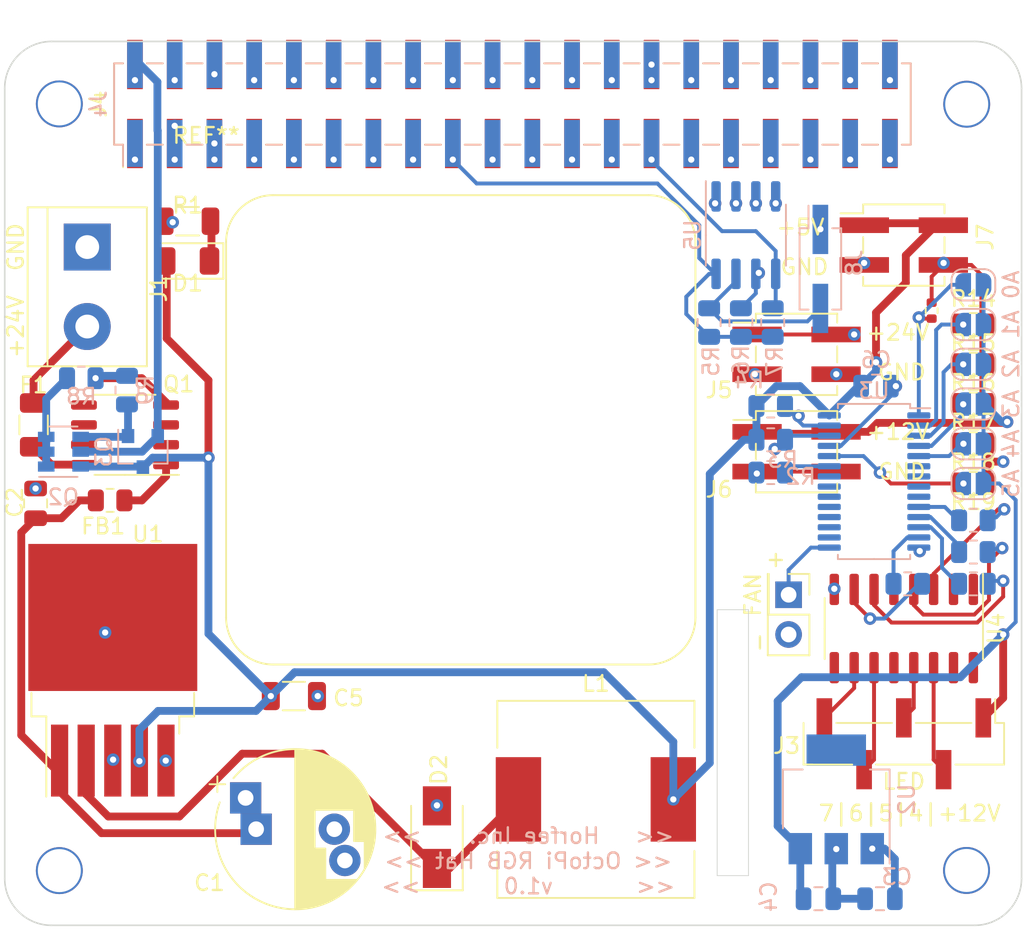
<source format=kicad_pcb>
(kicad_pcb (version 20171130) (host pcbnew "(5.1.8-0-10_14)")
  (title_block (title "OctoPI RGB HAT") (date 2021-07-16) (rev 1.0) (company "Horfee Inc.") (comment 1 "Compatible with Raspberry pi 2, 3 and 4"))
  (layers (0 F.Cu signal) (1 In1.Cu signal hide) (2 In2.Cu signal) (31 B.Cu signal) (34 B.Paste user) (35 F.Paste user hide) (36 B.SilkS user) (37 F.SilkS user) (38 B.Mask user) (39 F.Mask user) (44 Edge.Cuts user))
  (net 0 "")
  (net 1 GND)
  (net 2 +24V)
  (net 3 "Net-(D1-Pad1)")
  (net 4 "Net-(D2-Pad1)")
  (net 5 "Net-(F1-Pad2)")
  (net 6 "Net-(F1-Pad1)")
  (net 7 "Net-(FB1-Pad2)")
  (net 8 FAN_VCC)
  (net 9 "Net-(J3-Pad4)")
  (net 10 "Net-(J3-Pad2)")
  (net 11 "Net-(J3-Pad5)")
  (net 12 "Net-(J3-Pad3)")
  (net 13 "Net-(J4-Pad40)")
  (net 14 "Net-(J4-Pad39)")
  (net 15 "Net-(J4-Pad38)")
  (net 16 "Net-(J4-Pad37)")
  (net 17 "Net-(J4-Pad36)")
  (net 18 "Net-(J4-Pad35)")
  (net 19 "Net-(J4-Pad34)")
  (net 20 "Net-(J4-Pad33)")
  (net 21 "Net-(J4-Pad32)")
  (net 22 "Net-(J4-Pad31)")
  (net 23 "Net-(J4-Pad30)")
  (net 24 "Net-(J4-Pad29)")
  (net 25 "Net-(J4-Pad26)")
  (net 26 "Net-(J4-Pad25)")
  (net 27 "Net-(J4-Pad24)")
  (net 28 "Net-(J4-Pad23)")
  (net 29 "Net-(J4-Pad22)")
  (net 30 "Net-(J4-Pad21)")
  (net 31 "Net-(J4-Pad20)")
  (net 32 "Net-(J4-Pad19)")
  (net 33 "Net-(J4-Pad18)")
  (net 34 +3V3)
  (net 35 "Net-(J4-Pad16)")
  (net 36 "Net-(J4-Pad15)")
  (net 37 "Net-(J4-Pad14)")
  (net 38 "Net-(J4-Pad13)")
  (net 39 "Net-(J4-Pad12)")
  (net 40 "Net-(J4-Pad11)")
  (net 41 "Net-(J4-Pad10)")
  (net 42 "Net-(J4-Pad9)")
  (net 43 "Net-(J4-Pad8)")
  (net 44 "Net-(J4-Pad7)")
  (net 45 SCL)
  (net 46 SDA)
  (net 47 A0)
  (net 48 A1)
  (net 49 A2)
  (net 50 A3)
  (net 51 A4)
  (net 52 A5)
  (net 53 "Net-(R2-Pad2)")
  (net 54 "Net-(U3-Pad22)")
  (net 55 "Net-(U3-Pad21)")
  (net 56 "Net-(U3-Pad20)")
  (net 57 "Net-(U3-Pad19)")
  (net 58 "Net-(U3-Pad18)")
  (net 59 "Net-(U3-Pad17)")
  (net 60 "Net-(U3-Pad16)")
  (net 61 "Net-(U3-Pad9)")
  (net 62 "Net-(U3-Pad8)")
  (net 63 "Net-(U3-Pad7)")
  (net 64 "Net-(U3-Pad6)")
  (net 65 "Net-(U4-Pad16)")
  (net 66 "Net-(U4-Pad15)")
  (net 67 "Net-(U4-Pad2)")
  (net 68 "Net-(U4-Pad1)")
  (net 69 +12V)
  (net 70 +5V)
  (net 71 ID_SC_EEPROM)
  (net 72 ID_SD_EEPROM)
  (net 73 VCC5_PROTECTED)
  (net 74 "Net-(J8-Pad2)")
  (net 75 "Net-(Q2-Pad4)")
  (net 76 "Net-(Q2-Pad1)")
  (net 77 "Net-(U4-Pad12)")
  (net 78 "Net-(U4-Pad5)")
  (net 79 "Net-(J4-Pad4)")
  (net 80 "Net-(J4-Pad1)")
  (net 81 "Net-(R10-Pad1)")
  (net 82 "Net-(R11-Pad1)")
  (net 83 "Net-(R12-Pad2)")
  (net 84 "Net-(R13-Pad2)")
  (net 85 "Net-(U4-Pad9)")
  (net 86 LED_4)
  (net 87 LED_3)
  (net 88 LED_2)
  (net 89 LED_1)
  (module Connector_PinHeader_2.54mm:PinHeader_2x01_P2.54mm_Vertical (layer F.Cu) (at 178.562 93.98 270)
    (fp_text reference J2 hide)
    (fp_text value Fan)
    (pad 2 thru_hole oval (at 2.54 0 270) (size 1.7 1.7) (drill 1) (layers *.Cu *.Mask) (net 1 GND))
    (pad 1 thru_hole rect (at 0 0 270) (size 1.7 1.7) (drill 1) (layers *.Cu *.Mask) (net 8 FAN_VCC))
  )
  (module Package_SO:SOP-8_3.9x4.9mm_P1.27mm (layer F.Cu) (at 136.144 83.7565 180)
    (fp_text reference Q1 (at -3.429 3.2385) (layer F.SilkS))
    (fp_text value AO4407C)
    (pad 8 smd roundrect (at 2.625 -1.905 180) (size 1.65 0.6) (layers F.Cu F.Paste F.Mask) (net 6 "Net-(F1-Pad1)"))
    (pad 7 smd roundrect (at 2.625 -0.635 180) (size 1.65 0.6) (layers F.Cu F.Paste F.Mask))
    (pad 6 smd roundrect (at 2.625 0.635 180) (size 1.65 0.6) (layers F.Cu F.Paste F.Mask))
    (pad 5 smd roundrect (at 2.625 1.905 180) (size 1.65 0.6) (layers F.Cu F.Paste F.Mask))
    (pad 4 smd roundrect (at -2.625 1.905 180) (size 1.65 0.6) (layers F.Cu F.Paste F.Mask) (net 1 GND))
    (pad 3 smd roundrect (at -2.625 0.635 180) (size 1.65 0.6) (layers F.Cu F.Paste F.Mask))
    (pad 2 smd roundrect (at -2.625 -0.635 180) (size 1.65 0.6) (layers F.Cu F.Paste F.Mask))
    (pad 1 smd roundrect (at -2.625 -1.905 180) (size 1.65 0.6) (layers F.Cu F.Paste F.Mask) (net 7 "Net-(FB1-Pad2)"))
  )
  (module Resistor_SMD:R_0805_2012Metric (layer B.Cu) (at 177.419 81.915)
    (fp_text reference R4 (at -1.397 -1.651 180) (layer B.SilkS) (effects (justify mirror)))
    (fp_text value 2K2)
    (pad 2 smd roundrect (at 0.9125 0) (size 1.025 1.4) (layers B.Cu B.Paste B.Mask) (roundrect_rratio 0.243902) (net 46 SDA))
    (pad 1 smd roundrect (at -0.9125 0) (size 1.025 1.4) (layers B.Cu B.Paste B.Mask) (roundrect_rratio 0.243902) (net 70 +5V))
  )
  (module Resistor_SMD:R_0805_2012Metric (layer B.Cu) (at 177.419 84.074)
    (fp_text reference R3 (at 0.762 1.27 180) (layer B.SilkS) (effects (justify mirror)))
    (fp_text value 2K2)
    (pad 2 smd roundrect (at 0.9125 0) (size 1.025 1.4) (layers B.Cu B.Paste B.Mask) (roundrect_rratio 0.243902) (net 45 SCL))
    (pad 1 smd roundrect (at -0.9125 0) (size 1.025 1.4) (layers B.Cu B.Paste B.Mask) (roundrect_rratio 0.243902) (net 70 +5V))
  )
  (module Resistor_SMD:R_0805_2012Metric (layer B.Cu) (at 177.419 86.1695)
    (fp_text reference R2 (at 1.905 0.254) (layer B.SilkS) (effects (justify mirror)))
    (fp_text value 10k)
    (pad 2 smd roundrect (at 0.9125 0) (size 1.025 1.4) (layers B.Cu B.Paste B.Mask) (roundrect_rratio 0.243902) (net 53 "Net-(R2-Pad2)"))
    (pad 1 smd roundrect (at -0.9125 0) (size 1.025 1.4) (layers B.Cu B.Paste B.Mask) (roundrect_rratio 0.243902) (net 1 GND))
  )
  (module Resistor_SMD:R_0805_2012Metric (layer B.Cu) (at 177.546 76.581 270)
    (fp_text reference R7 (at 2.4765 -0.127 270) (layer B.SilkS) (effects (justify mirror)))
    (fp_text value 3.9K)
    (pad 2 smd roundrect (at 0.9125 0 270) (size 1.025 1.4) (layers B.Cu B.Paste B.Mask) (roundrect_rratio 0.243902) (net 34 +3V3))
    (pad 1 smd roundrect (at -0.9125 0 270) (size 1.025 1.4) (layers B.Cu B.Paste B.Mask) (roundrect_rratio 0.243902) (net 72 ID_SD_EEPROM))
  )
  (module Resistor_SMD:R_0805_2012Metric (layer B.Cu) (at 175.514 76.581 270)
    (fp_text reference R6 (at 2.413 0 270) (layer B.SilkS) (effects (justify mirror)))
    (fp_text value 3.9K)
    (pad 2 smd roundrect (at 0.9125 0 270) (size 1.025 1.4) (layers B.Cu B.Paste B.Mask) (roundrect_rratio 0.243902) (net 34 +3V3))
    (pad 1 smd roundrect (at -0.9125 0 270) (size 1.025 1.4) (layers B.Cu B.Paste B.Mask) (roundrect_rratio 0.243902) (net 71 ID_SC_EEPROM))
  )
  (module Resistor_SMD:R_0805_2012Metric (layer B.Cu) (at 173.482 76.581 270)
    (fp_text reference R5 (at 2.4765 -0.127 270) (layer B.SilkS) (effects (justify mirror)))
    (fp_text value 10k)
    (pad 2 smd roundrect (at 0.9125 0 270) (size 1.025 1.4) (layers B.Cu B.Paste B.Mask) (roundrect_rratio 0.243902) (net 34 +3V3))
    (pad 1 smd roundrect (at -0.9125 0 270) (size 1.025 1.4) (layers B.Cu B.Paste B.Mask) (roundrect_rratio 0.243902) (net 74 "Net-(J8-Pad2)"))
  )
  (module Resistor_SMD:R_0805_2012Metric (layer B.Cu) (at 133.35 80.137)
    (fp_text reference R8 (at 0 1.17) (layer B.SilkS) (effects (justify mirror)))
    (fp_text value 10K)
    (pad 2 smd roundrect (at 0.9125 0) (size 1.025 1.4) (layers B.Cu B.Paste B.Mask) (roundrect_rratio 0.243902) (net 1 GND))
    (pad 1 smd roundrect (at -0.9125 0) (size 1.025 1.4) (layers B.Cu B.Paste B.Mask) (roundrect_rratio 0.243902) (net 76 "Net-(Q2-Pad1)"))
  )
  (module Resistor_SMD:R_0805_2012Metric (layer B.Cu) (at 136.271 80.899 90)
    (fp_text reference R9 (at 0 1.17 90) (layer B.SilkS) (effects (justify mirror)))
    (fp_text value 10K)
    (pad 2 smd roundrect (at 0.9125 0 90) (size 1.025 1.4) (layers B.Cu B.Paste B.Mask) (roundrect_rratio 0.243902) (net 1 GND))
    (pad 1 smd roundrect (at -0.9125 0 90) (size 1.025 1.4) (layers B.Cu B.Paste B.Mask) (roundrect_rratio 0.243902) (net 75 "Net-(Q2-Pad4)"))
  )
  (module Capacitor_SMD:C_0805_2012Metric (layer B.Cu) (at 184.404 113.411 180)
    (fp_text reference C3 (at -1.0795 1.397 180) (layer B.SilkS) (effects (justify mirror)))
    (fp_text value 0.47uF)
    (pad 2 smd roundrect (at 0.95 0 180) (size 1 1.45) (layers B.Cu B.Paste B.Mask) (net 1 GND))
    (pad 1 smd roundrect (at -0.95 0 180) (size 1 1.45) (layers B.Cu B.Paste B.Mask) (net 2 +24V))
  )
  (module Resistor_SMD:R_0805_2012Metric (layer B.Cu) (at 190.373 89.2175)
    (fp_text reference R13 hide)
    (fp_text value 10K hide)
    (pad 2 smd roundrect (at 0.9125 0) (size 1.025 1.4) (layers B.Cu B.Paste B.Mask) (roundrect_rratio 0.243902) (net 84 "Net-(R13-Pad2)"))
    (pad 1 smd roundrect (at -0.9125 0) (size 1.025 1.4) (layers B.Cu B.Paste B.Mask) (roundrect_rratio 0.243902) (net 89 LED_1))
  )
  (module Resistor_SMD:R_0805_2012Metric (layer B.Cu) (at 190.373 91.2495)
    (fp_text reference R12 hide)
    (fp_text value 10K hide)
    (pad 2 smd roundrect (at 0.9125 0) (size 1.025 1.4) (layers B.Cu B.Paste B.Mask) (roundrect_rratio 0.243902) (net 83 "Net-(R12-Pad2)"))
    (pad 1 smd roundrect (at -0.9125 0) (size 1.025 1.4) (layers B.Cu B.Paste B.Mask) (roundrect_rratio 0.243902) (net 88 LED_2))
  )
  (module Resistor_SMD:R_0805_2012Metric (layer B.Cu) (at 190.373 93.2815 180)
    (fp_text reference R11 hide)
    (fp_text value 10K hide)
    (pad 2 smd roundrect (at 0.9125 0 180) (size 1.025 1.4) (layers B.Cu B.Paste B.Mask) (roundrect_rratio 0.243902) (net 87 LED_3))
    (pad 1 smd roundrect (at -0.9125 0 180) (size 1.025 1.4) (layers B.Cu B.Paste B.Mask) (roundrect_rratio 0.243902) (net 82 "Net-(R11-Pad1)"))
  )
  (module Resistor_SMD:R_0805_2012Metric (layer B.Cu) (at 186.182 93.2815 180)
    (fp_text reference R10 hide)
    (fp_text value 10K hide)
    (pad 2 smd roundrect (at 0.9125 0 180) (size 1.025 1.4) (layers B.Cu B.Paste B.Mask) (roundrect_rratio 0.243902) (net 86 LED_4))
    (pad 1 smd roundrect (at -0.9125 0 180) (size 1.025 1.4) (layers B.Cu B.Paste B.Mask) (roundrect_rratio 0.243902) (net 81 "Net-(R10-Pad1)"))
  )
  (module Resistor_SMD:R_0805_2012Metric (layer F.Cu) (at 190.373 76.708 180)
    (fp_text reference R15 (at 0 -1.17) (layer F.SilkS))
    (fp_text value 10K)
    (pad 2 smd roundrect (at 0.9125 0 180) (size 1.025 1.4) (layers F.Cu F.Paste F.Mask) (roundrect_rratio 0.243902) (net 48 A1))
    (pad 1 smd roundrect (at -0.9125 0 180) (size 1.025 1.4) (layers F.Cu F.Paste F.Mask) (roundrect_rratio 0.243902) (net 1 GND))
  )
  (module Resistor_SMD:R_0805_2012Metric (layer F.Cu) (at 190.373 79.248 180)
    (fp_text reference R16 (at 0 -1.17) (layer F.SilkS))
    (fp_text value 10K)
    (pad 2 smd roundrect (at 0.9125 0 180) (size 1.025 1.4) (layers F.Cu F.Paste F.Mask) (roundrect_rratio 0.243902) (net 49 A2))
    (pad 1 smd roundrect (at -0.9125 0 180) (size 1.025 1.4) (layers F.Cu F.Paste F.Mask) (roundrect_rratio 0.243902) (net 1 GND))
  )
  (module Resistor_SMD:R_0805_2012Metric (layer F.Cu) (at 190.373 81.788 180)
    (fp_text reference R17 (at 0 -1.17) (layer F.SilkS))
    (fp_text value 10K)
    (pad 2 smd roundrect (at 0.9125 0 180) (size 1.025 1.4) (layers F.Cu F.Paste F.Mask) (roundrect_rratio 0.243902) (net 50 A3))
    (pad 1 smd roundrect (at -0.9125 0 180) (size 1.025 1.4) (layers F.Cu F.Paste F.Mask) (roundrect_rratio 0.243902) (net 1 GND))
  )
  (module Resistor_SMD:R_0805_2012Metric (layer F.Cu) (at 190.373 84.328 180)
    (fp_text reference R18 (at 0 -1.17) (layer F.SilkS))
    (fp_text value 10K)
    (pad 2 smd roundrect (at 0.9125 0 180) (size 1.025 1.4) (layers F.Cu F.Paste F.Mask) (roundrect_rratio 0.243902) (net 51 A4))
    (pad 1 smd roundrect (at -0.9125 0 180) (size 1.025 1.4) (layers F.Cu F.Paste F.Mask) (roundrect_rratio 0.243902) (net 1 GND))
  )
  (module Resistor_SMD:R_0805_2012Metric (layer F.Cu) (at 190.373 86.868 180)
    (fp_text reference R19 (at 0 -1.17) (layer F.SilkS))
    (fp_text value 10K)
    (pad 2 smd roundrect (at 0.9125 0 180) (size 1.025 1.4) (layers F.Cu F.Paste F.Mask) (roundrect_rratio 0.243902) (net 52 A5))
    (pad 1 smd roundrect (at -0.9125 0 180) (size 1.025 1.4) (layers F.Cu F.Paste F.Mask) (roundrect_rratio 0.243902) (net 1 GND))
  )
  (module Resistor_SMD:R_0402_1005Metric (layer F.Cu) (at 187.706 75.819 270)
    (fp_text reference R14 (at -0.762 -2.667 180) (layer F.SilkS))
    (fp_text value 10K)
    (pad 2 smd roundrect (at 0.51 0 270) (size 0.54 0.64) (layers F.Cu F.Paste F.Mask) (net 47 A0))
    (pad 1 smd roundrect (at -0.51 0 270) (size 0.54 0.64) (layers F.Cu F.Paste F.Mask) (net 1 GND))
  )
  (module LED_SMD:LED_1206_3216Metric (layer F.Cu) (at 140.1445 72.644 180)
    (fp_text reference D1 (at 0 -1.43) (layer F.SilkS))
    (fp_text value GREEN)
    (pad 2 smd roundrect (at 1.4 0 180) (size 1.25 1.75) (layers F.Cu F.Paste F.Mask) (roundrect_rratio 0.2) (net 70 +5V))
    (pad 1 smd roundrect (at -1.4 0 180) (size 1.25 1.75) (layers F.Cu F.Paste F.Mask) (roundrect_rratio 0.2) (net 3 "Net-(D1-Pad1)"))
  )
  (module Resistor_SMD:R_1206_3216Metric (layer F.Cu) (at 140.1445 70.104 180)
    (fp_text reference R1 (at 0 1.016 180) (layer F.SilkS))
    (fp_text value 2K2)
    (pad 2 smd roundrect (at 1.4625 0 180) (size 1.125 1.75) (layers F.Cu F.Paste F.Mask) (roundrect_rratio 0.222222) (net 1 GND))
    (pad 1 smd roundrect (at -1.4625 0 180) (size 1.125 1.75) (layers F.Cu F.Paste F.Mask) (roundrect_rratio 0.222222) (net 3 "Net-(D1-Pad1)"))
  )
  (module Capacitor_SMD:C_1206_3216Metric (layer F.Cu) (at 146.939 100.457)
    (fp_text reference C5 (at 3.4925 0.127) (layer F.SilkS))
    (fp_text value 220uF)
    (pad 2 smd roundrect (at 1.475 0) (size 1.15 1.8) (layers F.Cu F.Paste F.Mask) (roundrect_rratio 0.2173904347826087) (net 1 GND))
    (pad 1 smd roundrect (at -1.475 0) (size 1.15 1.8) (layers F.Cu F.Paste F.Mask) (roundrect_rratio 0.2173904347826087) (net 70 +5V))
  )
  (module Package_SO:SOIC-8_3.9x4.9mm_P1.27mm (layer B.Cu) (at 175.8315 70.993 270)
    (fp_text reference U5 (at 0 3.4 90) (layer B.SilkS) (effects (justify mirror)))
    (fp_text value FM24C64B)
    (pad 8 smd roundrect (at 2.475 1.905 270) (size 1.95 0.6) (layers B.Cu B.Paste B.Mask) (net 34 +3V3))
    (pad 7 smd roundrect (at 2.475 0.635 270) (size 1.95 0.6) (layers B.Cu B.Paste B.Mask) (net 74 "Net-(J8-Pad2)"))
    (pad 6 smd roundrect (at 2.475 -0.635 270) (size 1.95 0.6) (layers B.Cu B.Paste B.Mask) (net 71 ID_SC_EEPROM))
    (pad 5 smd roundrect (at 2.475 -1.905 270) (size 1.95 0.6) (layers B.Cu B.Paste B.Mask) (net 72 ID_SD_EEPROM))
    (pad 4 smd roundrect (at -2.475 -1.905 270) (size 1.95 0.6) (layers B.Cu B.Paste B.Mask) (net 1 GND))
    (pad 3 smd roundrect (at -2.475 -0.635 270) (size 1.95 0.6) (layers B.Cu B.Paste B.Mask) (net 1 GND))
    (pad 2 smd roundrect (at -2.475 0.635 270) (size 1.95 0.6) (layers B.Cu B.Paste B.Mask) (net 1 GND))
    (pad 1 smd roundrect (at -2.475 1.905 270) (size 1.95 0.6) (layers B.Cu B.Paste B.Mask) (net 1 GND))
  )
  (module Capacitor_SMD:C_0805_2012Metric (layer B.Cu) (at 180.467 113.411)
    (fp_text reference C4 (at -3.175 -0.127 90) (layer B.SilkS) (effects (justify mirror)))
    (fp_text value 22uF)
    (pad 2 smd roundrect (at 0.95 0) (size 1 1.45) (layers B.Cu B.Paste B.Mask) (net 1 GND))
    (pad 1 smd roundrect (at -0.95 0) (size 1 1.45) (layers B.Cu B.Paste B.Mask) (net 69 +12V))
  )
  (module Connector_PinHeader_2.54mm:PinHeader_2x01_P2.54mm_Vertical_SMD (layer B.Cu) (at 180.594 73.152 270)
    (fp_text reference J8 (at -0.381 -2.159 270) (layer B.SilkS) (effects (justify mirror)))
    (fp_text value "Jumper Write")
    (pad 2 smd rect (at 2.525 0 270) (size 3.15 1) (layers B.Cu B.Paste B.Mask) (net 74 "Net-(J8-Pad2)"))
    (pad 1 smd rect (at -2.525 0 270) (size 3.15 1) (layers B.Cu B.Paste B.Mask) (net 1 GND))
  )
  (module Diode_SMD:D_SMA (layer F.Cu) (at 156.083 109.474 90)
    (fp_text reference D2 (at 4.318 0.127 90) (layer F.SilkS))
    (fp_text value 1N5824)
    (pad 2 smd rect (at 2 0 90) (size 2.5 1.8) (layers F.Cu F.Paste F.Mask) (net 1 GND))
    (pad 1 smd rect (at -2 0 90) (size 2.5 1.8) (layers F.Cu F.Paste F.Mask) (net 4 "Net-(D2-Pad1)"))
  )
  (module Connector_PinHeader_2.54mm:PinHeader_2x20_P2.54mm_Vertical_SMD (layer F.Cu) (at 160.909 62.611 90)
    (fp_text reference J4 (at 0 -26.46 90) (layer F.SilkS))
    (fp_text value Raspberry_Pi_2_3)
    (pad 40 smd rect (at 2.525 24.13 90) (size 3.15 1) (layers F.Cu F.Paste F.Mask) (net 13 "Net-(J4-Pad40)"))
    (pad 39 smd rect (at -2.525 24.13 90) (size 3.15 1) (layers F.Cu F.Paste F.Mask) (net 14 "Net-(J4-Pad39)"))
    (pad 38 smd rect (at 2.525 21.59 90) (size 3.15 1) (layers F.Cu F.Paste F.Mask) (net 15 "Net-(J4-Pad38)"))
    (pad 37 smd rect (at -2.525 21.59 90) (size 3.15 1) (layers F.Cu F.Paste F.Mask) (net 16 "Net-(J4-Pad37)"))
    (pad 36 smd rect (at 2.525 19.05 90) (size 3.15 1) (layers F.Cu F.Paste F.Mask) (net 17 "Net-(J4-Pad36)"))
    (pad 35 smd rect (at -2.525 19.05 90) (size 3.15 1) (layers F.Cu F.Paste F.Mask) (net 18 "Net-(J4-Pad35)"))
    (pad 34 smd rect (at 2.525 16.51 90) (size 3.15 1) (layers F.Cu F.Paste F.Mask) (net 19 "Net-(J4-Pad34)"))
    (pad 33 smd rect (at -2.525 16.51 90) (size 3.15 1) (layers F.Cu F.Paste F.Mask) (net 20 "Net-(J4-Pad33)"))
    (pad 32 smd rect (at 2.525 13.97 90) (size 3.15 1) (layers F.Cu F.Paste F.Mask) (net 21 "Net-(J4-Pad32)"))
    (pad 31 smd rect (at -2.525 13.97 90) (size 3.15 1) (layers F.Cu F.Paste F.Mask) (net 22 "Net-(J4-Pad31)"))
    (pad 30 smd rect (at 2.525 11.43 90) (size 3.15 1) (layers F.Cu F.Paste F.Mask) (net 23 "Net-(J4-Pad30)"))
    (pad 29 smd rect (at -2.525 11.43 90) (size 3.15 1) (layers F.Cu F.Paste F.Mask) (net 24 "Net-(J4-Pad29)"))
    (pad 28 smd rect (at 2.525 8.89 90) (size 3.15 1) (layers F.Cu F.Paste F.Mask) (net 71 ID_SC_EEPROM))
    (pad 27 smd rect (at -2.525 8.89 90) (size 3.15 1) (layers F.Cu F.Paste F.Mask) (net 72 ID_SD_EEPROM))
    (pad 26 smd rect (at 2.525 6.35 90) (size 3.15 1) (layers F.Cu F.Paste F.Mask) (net 25 "Net-(J4-Pad26)"))
    (pad 25 smd rect (at -2.525 6.35 90) (size 3.15 1) (layers F.Cu F.Paste F.Mask) (net 26 "Net-(J4-Pad25)"))
    (pad 24 smd rect (at 2.525 3.81 90) (size 3.15 1) (layers F.Cu F.Paste F.Mask) (net 27 "Net-(J4-Pad24)"))
    (pad 23 smd rect (at -2.525 3.81 90) (size 3.15 1) (layers F.Cu F.Paste F.Mask) (net 28 "Net-(J4-Pad23)"))
    (pad 22 smd rect (at 2.525 1.27 90) (size 3.15 1) (layers F.Cu F.Paste F.Mask) (net 29 "Net-(J4-Pad22)"))
    (pad 21 smd rect (at -2.525 1.27 90) (size 3.15 1) (layers F.Cu F.Paste F.Mask) (net 30 "Net-(J4-Pad21)"))
    (pad 20 smd rect (at 2.525 -1.27 90) (size 3.15 1) (layers F.Cu F.Paste F.Mask) (net 31 "Net-(J4-Pad20)"))
    (pad 19 smd rect (at -2.525 -1.27 90) (size 3.15 1) (layers F.Cu F.Paste F.Mask) (net 32 "Net-(J4-Pad19)"))
    (pad 18 smd rect (at 2.525 -3.81 90) (size 3.15 1) (layers F.Cu F.Paste F.Mask) (net 33 "Net-(J4-Pad18)"))
    (pad 17 smd rect (at -2.525 -3.81 90) (size 3.15 1) (layers F.Cu F.Paste F.Mask) (net 34 +3V3))
    (pad 16 smd rect (at 2.525 -6.35 90) (size 3.15 1) (layers F.Cu F.Paste F.Mask) (net 35 "Net-(J4-Pad16)"))
    (pad 15 smd rect (at -2.525 -6.35 90) (size 3.15 1) (layers F.Cu F.Paste F.Mask) (net 36 "Net-(J4-Pad15)"))
    (pad 14 smd rect (at 2.525 -8.89 90) (size 3.15 1) (layers F.Cu F.Paste F.Mask) (net 37 "Net-(J4-Pad14)"))
    (pad 13 smd rect (at -2.525 -8.89 90) (size 3.15 1) (layers F.Cu F.Paste F.Mask) (net 38 "Net-(J4-Pad13)"))
    (pad 12 smd rect (at 2.525 -11.43 90) (size 3.15 1) (layers F.Cu F.Paste F.Mask) (net 39 "Net-(J4-Pad12)"))
    (pad 11 smd rect (at -2.525 -11.43 90) (size 3.15 1) (layers F.Cu F.Paste F.Mask) (net 40 "Net-(J4-Pad11)"))
    (pad 10 smd rect (at 2.525 -13.97 90) (size 3.15 1) (layers F.Cu F.Paste F.Mask) (net 41 "Net-(J4-Pad10)"))
    (pad 9 smd rect (at -2.525 -13.97 90) (size 3.15 1) (layers F.Cu F.Paste F.Mask) (net 42 "Net-(J4-Pad9)"))
    (pad 8 smd rect (at 2.525 -16.51 90) (size 3.15 1) (layers F.Cu F.Paste F.Mask) (net 43 "Net-(J4-Pad8)"))
    (pad 7 smd rect (at -2.525 -16.51 90) (size 3.15 1) (layers F.Cu F.Paste F.Mask) (net 44 "Net-(J4-Pad7)"))
    (pad 6 smd rect (at 2.525 -19.05 90) (size 3.15 1) (layers F.Cu F.Paste F.Mask) (net 1 GND))
    (pad 5 smd rect (at -2.525 -19.05 90) (size 3.15 1) (layers F.Cu F.Paste F.Mask) (net 45 SCL))
    (pad 4 smd rect (at 2.525 -21.59 90) (size 3.15 1) (layers F.Cu F.Paste F.Mask) (net 79 "Net-(J4-Pad4)"))
    (pad 3 smd rect (at -2.525 -21.59 90) (size 3.15 1) (layers F.Cu F.Paste F.Mask) (net 46 SDA))
    (pad 2 smd rect (at 2.525 -24.13 90) (size 3.15 1) (layers F.Cu F.Paste F.Mask) (net 73 VCC5_PROTECTED))
    (pad 1 smd rect (at -2.525 -24.13 90) (size 3.15 1) (layers F.Cu F.Paste F.Mask) (net 80 "Net-(J4-Pad1)"))
  )
  (module Package_TO_SOT_SMD:SOT-223 (layer B.Cu) (at 181.61 107.061 90)
    (fp_text reference U2 (at 0 4.5 270) (layer B.SilkS) (effects (justify mirror)))
    (fp_text value LM2940G-12V-AA3-R)
    (pad 1 smd rect (at -3.15 2.3 90) (size 2 1.5) (layers B.Cu B.Paste B.Mask) (net 2 +24V))
    (pad 3 smd rect (at -3.15 -2.3 90) (size 2 1.5) (layers B.Cu B.Paste B.Mask) (net 69 +12V))
    (pad 2 smd rect (at -3.15 0 90) (size 2 1.5) (layers B.Cu B.Paste B.Mask) (net 1 GND))
    (pad 4 smd rect (at 3.15 0 90) (size 2 3.8) (layers B.Cu B.Paste B.Mask))
  )
  (module project_footprints:NPTH_3mm_ID (layer F.Cu) (at 189.946644 62.623389)
    (fp_text reference H4 (at 0.06 0.09) (layer F.SilkS))
    (fp_text value 3mm_Mounting_Hole)
    (pad "" np_thru_hole circle (at 0 0) (size 3 3) (drill 2.75) (layers *.Cu *.Mask) (clearance 1.6))
  )
  (module project_footprints:NPTH_3mm_ID (layer F.Cu) (at 131.946644 62.603389)
    (fp_text reference H3 (at 0.06 0.09) (layer F.SilkS))
    (fp_text value 3mm_Mounting_Hole)
    (pad "" np_thru_hole circle (at 0 0) (size 3 3) (drill 2.75) (layers *.Cu *.Mask) (clearance 1.6))
  )
  (module project_footprints:NPTH_3mm_ID (layer F.Cu) (at 131.946644 111.613389)
    (fp_text reference H2 (at 0.06 0.09) (layer F.SilkS))
    (fp_text value 3mm_Mounting_Hole)
    (pad "" np_thru_hole circle (at 0 0) (size 3 3) (drill 2.75) (layers *.Cu *.Mask) (clearance 1.6))
  )
  (module project_footprints:NPTH_3mm_ID (layer F.Cu) (at 189.936644 111.603389)
    (fp_text reference H1 (at 0.06 0.09) (layer F.SilkS))
    (fp_text value 3mm_Mounting_Hole)
    (pad "" np_thru_hole circle (at 0 0) (size 3 3) (drill 2.75) (layers *.Cu *.Mask) (clearance 1.6))
  )
  (module MountingEquipment:Fan_30x30x10_2Pin (layer F.Cu) (at 142.607 68.439)
    (fp_text reference REF** (at -1.27 -3.81) (layer F.SilkS))
    (fp_text value Fan_30x30x10_2Pin)
    (pad "" np_thru_hole circle (at 15 15) (size 28.5 28.5) (drill 28.5) (layers *.Cu *.Mask))
    (pad "" np_thru_hole circle (at 3 27) (size 3.2 3.2) (drill 3.2) (layers *.Cu *.Mask))
    (pad "" np_thru_hole circle (at 27 27) (size 3.2 3.2) (drill 3.2) (layers *.Cu *.Mask))
    (pad "" np_thru_hole circle (at 27 3) (size 3.2 3.2) (drill 3.2) (layers *.Cu *.Mask))
    (pad "" np_thru_hole circle (at 3 3) (size 3.2 3.2) (drill 3.2) (layers *.Cu *.Mask))
  )
  (module Connector_PinSocket_2.54mm:PinSocket_2x20_P2.54mm_Vertical_SMD (layer B.Cu) (at 160.909 62.611 270)
    (fp_text reference J4 (at 0 26.46 270) (layer B.SilkS) (effects (justify mirror)))
    (fp_text value Raspberry_Pi_2_3)
    (pad 40 smd rect (at -2.52 -24.13 270) (size 3 1) (layers B.Cu B.Paste B.Mask) (net 13 "Net-(J4-Pad40)"))
    (pad 39 smd rect (at 2.52 -24.13 270) (size 3 1) (layers B.Cu B.Paste B.Mask) (net 14 "Net-(J4-Pad39)"))
    (pad 38 smd rect (at -2.52 -21.59 270) (size 3 1) (layers B.Cu B.Paste B.Mask) (net 15 "Net-(J4-Pad38)"))
    (pad 37 smd rect (at 2.52 -21.59 270) (size 3 1) (layers B.Cu B.Paste B.Mask) (net 16 "Net-(J4-Pad37)"))
    (pad 36 smd rect (at -2.52 -19.05 270) (size 3 1) (layers B.Cu B.Paste B.Mask) (net 17 "Net-(J4-Pad36)"))
    (pad 35 smd rect (at 2.52 -19.05 270) (size 3 1) (layers B.Cu B.Paste B.Mask) (net 18 "Net-(J4-Pad35)"))
    (pad 34 smd rect (at -2.52 -16.51 270) (size 3 1) (layers B.Cu B.Paste B.Mask) (net 19 "Net-(J4-Pad34)"))
    (pad 33 smd rect (at 2.52 -16.51 270) (size 3 1) (layers B.Cu B.Paste B.Mask) (net 20 "Net-(J4-Pad33)"))
    (pad 32 smd rect (at -2.52 -13.97 270) (size 3 1) (layers B.Cu B.Paste B.Mask) (net 21 "Net-(J4-Pad32)"))
    (pad 31 smd rect (at 2.52 -13.97 270) (size 3 1) (layers B.Cu B.Paste B.Mask) (net 22 "Net-(J4-Pad31)"))
    (pad 30 smd rect (at -2.52 -11.43 270) (size 3 1) (layers B.Cu B.Paste B.Mask) (net 23 "Net-(J4-Pad30)"))
    (pad 29 smd rect (at 2.52 -11.43 270) (size 3 1) (layers B.Cu B.Paste B.Mask) (net 24 "Net-(J4-Pad29)"))
    (pad 28 smd rect (at -2.52 -8.89 270) (size 3 1) (layers B.Cu B.Paste B.Mask) (net 71 ID_SC_EEPROM))
    (pad 27 smd rect (at 2.52 -8.89 270) (size 3 1) (layers B.Cu B.Paste B.Mask) (net 72 ID_SD_EEPROM))
    (pad 26 smd rect (at -2.52 -6.35 270) (size 3 1) (layers B.Cu B.Paste B.Mask) (net 25 "Net-(J4-Pad26)"))
    (pad 25 smd rect (at 2.52 -6.35 270) (size 3 1) (layers B.Cu B.Paste B.Mask) (net 26 "Net-(J4-Pad25)"))
    (pad 24 smd rect (at -2.52 -3.81 270) (size 3 1) (layers B.Cu B.Paste B.Mask) (net 27 "Net-(J4-Pad24)"))
    (pad 23 smd rect (at 2.52 -3.81 270) (size 3 1) (layers B.Cu B.Paste B.Mask) (net 28 "Net-(J4-Pad23)"))
    (pad 22 smd rect (at -2.52 -1.27 270) (size 3 1) (layers B.Cu B.Paste B.Mask) (net 29 "Net-(J4-Pad22)"))
    (pad 21 smd rect (at 2.52 -1.27 270) (size 3 1) (layers B.Cu B.Paste B.Mask) (net 30 "Net-(J4-Pad21)"))
    (pad 20 smd rect (at -2.52 1.27 270) (size 3 1) (layers B.Cu B.Paste B.Mask) (net 31 "Net-(J4-Pad20)"))
    (pad 19 smd rect (at 2.52 1.27 270) (size 3 1) (layers B.Cu B.Paste B.Mask) (net 32 "Net-(J4-Pad19)"))
    (pad 18 smd rect (at -2.52 3.81 270) (size 3 1) (layers B.Cu B.Paste B.Mask) (net 33 "Net-(J4-Pad18)"))
    (pad 17 smd rect (at 2.52 3.81 270) (size 3 1) (layers B.Cu B.Paste B.Mask) (net 34 +3V3))
    (pad 16 smd rect (at -2.52 6.35 270) (size 3 1) (layers B.Cu B.Paste B.Mask) (net 35 "Net-(J4-Pad16)"))
    (pad 15 smd rect (at 2.52 6.35 270) (size 3 1) (layers B.Cu B.Paste B.Mask) (net 36 "Net-(J4-Pad15)"))
    (pad 14 smd rect (at -2.52 8.89 270) (size 3 1) (layers B.Cu B.Paste B.Mask) (net 37 "Net-(J4-Pad14)"))
    (pad 13 smd rect (at 2.52 8.89 270) (size 3 1) (layers B.Cu B.Paste B.Mask) (net 38 "Net-(J4-Pad13)"))
    (pad 12 smd rect (at -2.52 11.43 270) (size 3 1) (layers B.Cu B.Paste B.Mask) (net 39 "Net-(J4-Pad12)"))
    (pad 11 smd rect (at 2.52 11.43 270) (size 3 1) (layers B.Cu B.Paste B.Mask) (net 40 "Net-(J4-Pad11)"))
    (pad 10 smd rect (at -2.52 13.97 270) (size 3 1) (layers B.Cu B.Paste B.Mask) (net 41 "Net-(J4-Pad10)"))
    (pad 9 smd rect (at 2.52 13.97 270) (size 3 1) (layers B.Cu B.Paste B.Mask) (net 42 "Net-(J4-Pad9)"))
    (pad 8 smd rect (at -2.52 16.51 270) (size 3 1) (layers B.Cu B.Paste B.Mask) (net 43 "Net-(J4-Pad8)"))
    (pad 7 smd rect (at 2.52 16.51 270) (size 3 1) (layers B.Cu B.Paste B.Mask) (net 44 "Net-(J4-Pad7)"))
    (pad 6 smd rect (at -2.52 19.05 270) (size 3 1) (layers B.Cu B.Paste B.Mask) (net 1 GND))
    (pad 5 smd rect (at 2.52 19.05 270) (size 3 1) (layers B.Cu B.Paste B.Mask) (net 45 SCL))
    (pad 4 smd rect (at -2.52 21.59 270) (size 3 1) (layers B.Cu B.Paste B.Mask) (net 79 "Net-(J4-Pad4)"))
    (pad 3 smd rect (at 2.52 21.59 270) (size 3 1) (layers B.Cu B.Paste B.Mask) (net 46 SDA))
    (pad 2 smd rect (at -2.52 24.13 270) (size 3 1) (layers B.Cu B.Paste B.Mask) (net 73 VCC5_PROTECTED))
    (pad 1 smd rect (at 2.52 24.13 270) (size 3 1) (layers B.Cu B.Paste B.Mask) (net 80 "Net-(J4-Pad1)"))
  )
  (module Package_SO:TSSOP-28_4.4x9.7mm_P0.65mm (layer B.Cu) (at 184.023 86.741 180)
    (fp_text reference U3 (at 0 5.8 180) (layer B.SilkS) (effects (justify mirror)))
    (fp_text value PCA9685PW)
    (pad 28 smd roundrect (at 2.8625 4.225 180) (size 1.475 0.4) (layers B.Cu B.Paste B.Mask) (net 70 +5V))
    (pad 27 smd roundrect (at 2.8625 3.575 180) (size 1.475 0.4) (layers B.Cu B.Paste B.Mask) (net 46 SDA))
    (pad 26 smd roundrect (at 2.8625 2.925 180) (size 1.475 0.4) (layers B.Cu B.Paste B.Mask) (net 45 SCL))
    (pad 25 smd roundrect (at 2.8625 2.275 180) (size 1.475 0.4) (layers B.Cu B.Paste B.Mask) (net 1 GND))
    (pad 24 smd roundrect (at 2.8625 1.625 180) (size 1.475 0.4) (layers B.Cu B.Paste B.Mask) (net 52 A5))
    (pad 23 smd roundrect (at 2.8625 0.975 180) (size 1.475 0.4) (layers B.Cu B.Paste B.Mask) (net 53 "Net-(R2-Pad2)"))
    (pad 22 smd roundrect (at 2.8625 0.325 180) (size 1.475 0.4) (layers B.Cu B.Paste B.Mask) (net 54 "Net-(U3-Pad22)"))
    (pad 21 smd roundrect (at 2.8625 -0.325 180) (size 1.475 0.4) (layers B.Cu B.Paste B.Mask) (net 55 "Net-(U3-Pad21)"))
    (pad 20 smd roundrect (at 2.8625 -0.975 180) (size 1.475 0.4) (layers B.Cu B.Paste B.Mask) (net 56 "Net-(U3-Pad20)"))
    (pad 19 smd roundrect (at 2.8625 -1.625 180) (size 1.475 0.4) (layers B.Cu B.Paste B.Mask) (net 57 "Net-(U3-Pad19)"))
    (pad 18 smd roundrect (at 2.8625 -2.275 180) (size 1.475 0.4) (layers B.Cu B.Paste B.Mask) (net 58 "Net-(U3-Pad18)"))
    (pad 17 smd roundrect (at 2.8625 -2.925 180) (size 1.475 0.4) (layers B.Cu B.Paste B.Mask) (net 59 "Net-(U3-Pad17)"))
    (pad 16 smd roundrect (at 2.8625 -3.575 180) (size 1.475 0.4) (layers B.Cu B.Paste B.Mask) (net 60 "Net-(U3-Pad16)"))
    (pad 15 smd roundrect (at 2.8625 -4.225 180) (size 1.475 0.4) (layers B.Cu B.Paste B.Mask) (net 8 FAN_VCC))
    (pad 14 smd roundrect (at -2.8625 -4.225 180) (size 1.475 0.4) (layers B.Cu B.Paste B.Mask) (net 1 GND))
    (pad 13 smd roundrect (at -2.8625 -3.575 180) (size 1.475 0.4) (layers B.Cu B.Paste B.Mask) (net 86 LED_4))
    (pad 12 smd roundrect (at -2.8625 -2.925 180) (size 1.475 0.4) (layers B.Cu B.Paste B.Mask) (net 87 LED_3))
    (pad 11 smd roundrect (at -2.8625 -2.275 180) (size 1.475 0.4) (layers B.Cu B.Paste B.Mask) (net 88 LED_2))
    (pad 10 smd roundrect (at -2.8625 -1.625 180) (size 1.475 0.4) (layers B.Cu B.Paste B.Mask) (net 89 LED_1))
    (pad 9 smd roundrect (at -2.8625 -0.975 180) (size 1.475 0.4) (layers B.Cu B.Paste B.Mask) (net 61 "Net-(U3-Pad9)"))
    (pad 8 smd roundrect (at -2.8625 -0.325 180) (size 1.475 0.4) (layers B.Cu B.Paste B.Mask) (net 62 "Net-(U3-Pad8)"))
    (pad 7 smd roundrect (at -2.8625 0.325 180) (size 1.475 0.4) (layers B.Cu B.Paste B.Mask) (net 63 "Net-(U3-Pad7)"))
    (pad 6 smd roundrect (at -2.8625 0.975 180) (size 1.475 0.4) (layers B.Cu B.Paste B.Mask) (net 64 "Net-(U3-Pad6)"))
    (pad 5 smd roundrect (at -2.8625 1.625 180) (size 1.475 0.4) (layers B.Cu B.Paste B.Mask) (net 51 A4))
    (pad 4 smd roundrect (at -2.8625 2.275 180) (size 1.475 0.4) (layers B.Cu B.Paste B.Mask) (net 50 A3))
    (pad 3 smd roundrect (at -2.8625 2.925 180) (size 1.475 0.4) (layers B.Cu B.Paste B.Mask) (net 49 A2))
    (pad 2 smd roundrect (at -2.8625 3.575 180) (size 1.475 0.4) (layers B.Cu B.Paste B.Mask) (net 48 A1))
    (pad 1 smd roundrect (at -2.8625 4.225 180) (size 1.475 0.4) (layers B.Cu B.Paste B.Mask) (net 47 A0))
  )
  (module Package_SO:SOP-16_3.9x9.9mm_P1.27mm (layer F.Cu) (at 185.928 96.139 270)
    (fp_text reference U4 (at 0 -5.9 90) (layer F.SilkS))
    (fp_text value ULN2003A)
    (pad 16 smd roundrect (at 2.5 -4.445 270) (size 2 0.6) (layers F.Cu F.Paste F.Mask) (net 65 "Net-(U4-Pad16)"))
    (pad 15 smd roundrect (at 2.5 -3.175 270) (size 2 0.6) (layers F.Cu F.Paste F.Mask) (net 66 "Net-(U4-Pad15)"))
    (pad 14 smd roundrect (at 2.5 -1.905 270) (size 2 0.6) (layers F.Cu F.Paste F.Mask) (net 10 "Net-(J3-Pad2)"))
    (pad 13 smd roundrect (at 2.5 -0.635 270) (size 2 0.6) (layers F.Cu F.Paste F.Mask) (net 12 "Net-(J3-Pad3)"))
    (pad 12 smd roundrect (at 2.5 0.635 270) (size 2 0.6) (layers F.Cu F.Paste F.Mask) (net 77 "Net-(U4-Pad12)"))
    (pad 11 smd roundrect (at 2.5 1.905 270) (size 2 0.6) (layers F.Cu F.Paste F.Mask) (net 9 "Net-(J3-Pad4)"))
    (pad 10 smd roundrect (at 2.5 3.175 270) (size 2 0.6) (layers F.Cu F.Paste F.Mask) (net 11 "Net-(J3-Pad5)"))
    (pad 9 smd roundrect (at 2.5 4.445 270) (size 2 0.6) (layers F.Cu F.Paste F.Mask) (net 85 "Net-(U4-Pad9)"))
    (pad 8 smd roundrect (at -2.5 4.445 270) (size 2 0.6) (layers F.Cu F.Paste F.Mask) (net 1 GND))
    (pad 7 smd roundrect (at -2.5 3.175 270) (size 2 0.6) (layers F.Cu F.Paste F.Mask) (net 81 "Net-(R10-Pad1)"))
    (pad 6 smd roundrect (at -2.5 1.905 270) (size 2 0.6) (layers F.Cu F.Paste F.Mask) (net 82 "Net-(R11-Pad1)"))
    (pad 5 smd roundrect (at -2.5 0.635 270) (size 2 0.6) (layers F.Cu F.Paste F.Mask) (net 78 "Net-(U4-Pad5)"))
    (pad 4 smd roundrect (at -2.5 -0.635 270) (size 2 0.6) (layers F.Cu F.Paste F.Mask) (net 83 "Net-(R12-Pad2)"))
    (pad 3 smd roundrect (at -2.5 -1.905 270) (size 2 0.6) (layers F.Cu F.Paste F.Mask) (net 84 "Net-(R13-Pad2)"))
    (pad 2 smd roundrect (at -2.5 -3.175 270) (size 2 0.6) (layers F.Cu F.Paste F.Mask) (net 67 "Net-(U4-Pad2)"))
    (pad 1 smd roundrect (at -2.5 -4.445 270) (size 2 0.6) (layers F.Cu F.Paste F.Mask) (net 68 "Net-(U4-Pad1)"))
  )
  (module Package_TO_SOT_SMD:TO-263-5_TabPin3 (layer F.Cu) (at 135.363 98.806 90)
    (fp_text reference U1 (at 8.6995 2.2415 180) (layer F.SilkS))
    (fp_text value LM2596S-5)
    (pad 3 smd rect (at 3.375 0 90) (size 9.4 10.8) (layers F.Cu F.Mask) (net 1 GND))
    (pad 5 smd rect (at -5.775 3.4 90) (size 4.6 1.1) (layers F.Cu F.Paste F.Mask) (net 1 GND))
    (pad 4 smd rect (at -5.775 1.7 90) (size 4.6 1.1) (layers F.Cu F.Paste F.Mask) (net 70 +5V))
    (pad 3 smd rect (at -5.775 0 90) (size 4.6 1.1) (layers F.Cu F.Paste F.Mask) (net 1 GND))
    (pad 2 smd rect (at -5.775 -1.7 90) (size 4.6 1.1) (layers F.Cu F.Paste F.Mask) (net 4 "Net-(D2-Pad1)"))
    (pad 1 smd rect (at -5.775 -3.4 90) (size 4.6 1.1) (layers F.Cu F.Paste F.Mask) (net 2 +24V))
  )
  (module Package_TO_SOT_SMD:SOT-23 (layer B.Cu) (at 137.287 84.836 270)
    (fp_text reference Q3 (at 0 2.5 270) (layer B.SilkS) (effects (justify mirror)))
    (fp_text value DMG2305UX)
    (pad 3 smd rect (at 1 0 270) (size 0.9 0.8) (layers B.Cu B.Paste B.Mask) (net 70 +5V))
    (pad 2 smd rect (at -1 -0.95 270) (size 0.9 0.8) (layers B.Cu B.Paste B.Mask) (net 73 VCC5_PROTECTED))
    (pad 1 smd rect (at -1 0.95 270) (size 0.9 0.8) (layers B.Cu B.Paste B.Mask) (net 75 "Net-(Q2-Pad4)"))
  )
  (module Package_TO_SOT_SMD:SOT-23-6 (layer B.Cu) (at 132.207 84.836)
    (fp_text reference Q2 (at 0 2.9) (layer B.SilkS) (effects (justify mirror)))
    (fp_text value DMMT5401)
    (pad 5 smd rect (at 1.1 0) (size 1.06 0.65) (layers B.Cu B.Paste B.Mask) (net 73 VCC5_PROTECTED))
    (pad 6 smd rect (at 1.1 0.95) (size 1.06 0.65) (layers B.Cu B.Paste B.Mask) (net 70 +5V))
    (pad 4 smd rect (at 1.1 -0.95) (size 1.06 0.65) (layers B.Cu B.Paste B.Mask) (net 75 "Net-(Q2-Pad4)"))
    (pad 3 smd rect (at -1.1 -0.95) (size 1.06 0.65) (layers B.Cu B.Paste B.Mask) (net 76 "Net-(Q2-Pad1)"))
    (pad 2 smd rect (at -1.1 0) (size 1.06 0.65) (layers B.Cu B.Paste B.Mask) (net 76 "Net-(Q2-Pad1)"))
    (pad 1 smd rect (at -1.1 0.95) (size 1.06 0.65) (layers B.Cu B.Paste B.Mask) (net 76 "Net-(Q2-Pad1)"))
  )
  (module Inductor_SMD:L_12x12mm_H8mm (layer F.Cu) (at 166.243 107.061)
    (fp_text reference L1 (at 0 -7.4) (layer F.SilkS))
    (fp_text value 33uH)
    (pad 2 smd rect (at 4.95 0) (size 2.9 5.4) (layers F.Cu F.Paste F.Mask) (net 70 +5V))
    (pad 1 smd rect (at -4.95 0) (size 2.9 5.4) (layers F.Cu F.Paste F.Mask) (net 4 "Net-(D2-Pad1)"))
  )
  (module Jumper:SolderJumper-2_P1.3mm_Open_RoundedPad1.0x1.5mm (layer B.Cu) (at 190.373 86.868 180)
    (fp_text reference JP6 hide)
    (fp_text value A5 (at -2.413 0 90) (layer B.SilkS) (effects (justify mirror)))
    (pad 2 smd custom (at 0.65 0 180) (size 1 0.5) (layers B.Cu B.Mask) (net 52 A5) (options (clearance outline) (anchor rect)) (primitives (gr_circle (center 0 -0.25) (end 0.5 -0.25) (width 0)) (gr_circle (center 0 0.25) (end 0.5 0.25) (width 0)) (gr_poly (pts (xy 0 0.75) (xy -0.5 0.75) (xy -0.5 -0.75) (xy 0 -0.75)) (width 0))))
    (pad 1 smd custom (at -0.65 0 180) (size 1 0.5) (layers B.Cu B.Mask) (net 69 +12V) (options (clearance outline) (anchor rect)) (primitives (gr_circle (center 0 -0.25) (end 0.5 -0.25) (width 0)) (gr_circle (center 0 0.25) (end 0.5 0.25) (width 0)) (gr_poly (pts (xy 0 0.75) (xy 0.5 0.75) (xy 0.5 -0.75) (xy 0 -0.75)) (width 0))))
  )
  (module Jumper:SolderJumper-2_P1.3mm_Open_RoundedPad1.0x1.5mm (layer B.Cu) (at 190.373 84.328 180)
    (fp_text reference JP5 hide)
    (fp_text value A4 (at -2.413 0 90) (layer B.SilkS) (effects (justify mirror)))
    (pad 2 smd custom (at 0.65 0 180) (size 1 0.5) (layers B.Cu B.Mask) (net 51 A4) (options (clearance outline) (anchor rect)) (primitives (gr_circle (center 0 -0.25) (end 0.5 -0.25) (width 0)) (gr_circle (center 0 0.25) (end 0.5 0.25) (width 0)) (gr_poly (pts (xy 0 0.75) (xy -0.5 0.75) (xy -0.5 -0.75) (xy 0 -0.75)) (width 0))))
    (pad 1 smd custom (at -0.65 0 180) (size 1 0.5) (layers B.Cu B.Mask) (net 69 +12V) (options (clearance outline) (anchor rect)) (primitives (gr_circle (center 0 -0.25) (end 0.5 -0.25) (width 0)) (gr_circle (center 0 0.25) (end 0.5 0.25) (width 0)) (gr_poly (pts (xy 0 0.75) (xy 0.5 0.75) (xy 0.5 -0.75) (xy 0 -0.75)) (width 0))))
  )
  (module Jumper:SolderJumper-2_P1.3mm_Open_RoundedPad1.0x1.5mm (layer B.Cu) (at 190.373 81.788 180)
    (fp_text reference JP4 hide)
    (fp_text value A3 (at -2.413 0 90) (layer B.SilkS) (effects (justify mirror)))
    (pad 2 smd custom (at 0.65 0 180) (size 1 0.5) (layers B.Cu B.Mask) (net 50 A3) (options (clearance outline) (anchor rect)) (primitives (gr_circle (center 0 -0.25) (end 0.5 -0.25) (width 0)) (gr_circle (center 0 0.25) (end 0.5 0.25) (width 0)) (gr_poly (pts (xy 0 0.75) (xy -0.5 0.75) (xy -0.5 -0.75) (xy 0 -0.75)) (width 0))))
    (pad 1 smd custom (at -0.65 0 180) (size 1 0.5) (layers B.Cu B.Mask) (net 69 +12V) (options (clearance outline) (anchor rect)) (primitives (gr_circle (center 0 -0.25) (end 0.5 -0.25) (width 0)) (gr_circle (center 0 0.25) (end 0.5 0.25) (width 0)) (gr_poly (pts (xy 0 0.75) (xy 0.5 0.75) (xy 0.5 -0.75) (xy 0 -0.75)) (width 0))))
  )
  (module Jumper:SolderJumper-2_P1.3mm_Open_RoundedPad1.0x1.5mm (layer B.Cu) (at 190.373 79.248 180)
    (fp_text reference JP3 hide)
    (fp_text value A2 (at -2.413 0 90) (layer B.SilkS) (effects (justify mirror)))
    (pad 2 smd custom (at 0.65 0 180) (size 1 0.5) (layers B.Cu B.Mask) (net 49 A2) (options (clearance outline) (anchor rect)) (primitives (gr_circle (center 0 -0.25) (end 0.5 -0.25) (width 0)) (gr_circle (center 0 0.25) (end 0.5 0.25) (width 0)) (gr_poly (pts (xy 0 0.75) (xy -0.5 0.75) (xy -0.5 -0.75) (xy 0 -0.75)) (width 0))))
    (pad 1 smd custom (at -0.65 0 180) (size 1 0.5) (layers B.Cu B.Mask) (net 69 +12V) (options (clearance outline) (anchor rect)) (primitives (gr_circle (center 0 -0.25) (end 0.5 -0.25) (width 0)) (gr_circle (center 0 0.25) (end 0.5 0.25) (width 0)) (gr_poly (pts (xy 0 0.75) (xy 0.5 0.75) (xy 0.5 -0.75) (xy 0 -0.75)) (width 0))))
  )
  (module Jumper:SolderJumper-2_P1.3mm_Open_RoundedPad1.0x1.5mm (layer B.Cu) (at 190.373 76.708 180)
    (fp_text reference JP2 hide)
    (fp_text value A1 (at -2.413 0 90) (layer B.SilkS) (effects (justify mirror)))
    (pad 2 smd custom (at 0.65 0 180) (size 1 0.5) (layers B.Cu B.Mask) (net 48 A1) (options (clearance outline) (anchor rect)) (primitives (gr_circle (center 0 -0.25) (end 0.5 -0.25) (width 0)) (gr_circle (center 0 0.25) (end 0.5 0.25) (width 0)) (gr_poly (pts (xy 0 0.75) (xy -0.5 0.75) (xy -0.5 -0.75) (xy 0 -0.75)) (width 0))))
    (pad 1 smd custom (at -0.65 0 180) (size 1 0.5) (layers B.Cu B.Mask) (net 69 +12V) (options (clearance outline) (anchor rect)) (primitives (gr_circle (center 0 -0.25) (end 0.5 -0.25) (width 0)) (gr_circle (center 0 0.25) (end 0.5 0.25) (width 0)) (gr_poly (pts (xy 0 0.75) (xy 0.5 0.75) (xy 0.5 -0.75) (xy 0 -0.75)) (width 0))))
  )
  (module Jumper:SolderJumper-2_P1.3mm_Open_RoundedPad1.0x1.5mm (layer B.Cu) (at 190.373 74.168 180)
    (fp_text reference JP1 hide)
    (fp_text value A0 (at -2.413 0 90) (layer B.SilkS) (effects (justify mirror)))
    (pad 2 smd custom (at 0.65 0 180) (size 1 0.5) (layers B.Cu B.Mask) (net 47 A0) (options (clearance outline) (anchor rect)) (primitives (gr_circle (center 0 -0.25) (end 0.5 -0.25) (width 0)) (gr_circle (center 0 0.25) (end 0.5 0.25) (width 0)) (gr_poly (pts (xy 0 0.75) (xy -0.5 0.75) (xy -0.5 -0.75) (xy 0 -0.75)) (width 0))))
    (pad 1 smd custom (at -0.65 0 180) (size 1 0.5) (layers B.Cu B.Mask) (net 69 +12V) (options (clearance outline) (anchor rect)) (primitives (gr_circle (center 0 -0.25) (end 0.5 -0.25) (width 0)) (gr_circle (center 0 0.25) (end 0.5 0.25) (width 0)) (gr_poly (pts (xy 0 0.75) (xy 0.5 0.75) (xy 0.5 -0.75) (xy 0 -0.75)) (width 0))))
  )
  (module Connector_PinHeader_2.54mm:PinHeader_2x02_P2.54mm_Vertical_SMD (layer F.Cu) (at 185.928 71.628)
    (fp_text reference J7 (at 5.207 -0.508 90) (layer F.SilkS))
    (fp_text value JUMP_5V)
    (pad 4 smd rect (at 2.525 1.27) (size 3.15 1) (layers F.Cu F.Paste F.Mask) (net 1 GND))
    (pad 3 smd rect (at -2.525 1.27) (size 3.15 1) (layers F.Cu F.Paste F.Mask) (net 1 GND))
    (pad 2 smd rect (at 2.525 -1.27) (size 3.15 1) (layers F.Cu F.Paste F.Mask) (net 70 +5V))
    (pad 1 smd rect (at -2.525 -1.27) (size 3.15 1) (layers F.Cu F.Paste F.Mask) (net 70 +5V))
  )
  (module Connector_PinHeader_2.54mm:PinHeader_2x02_P2.54mm_Vertical_SMD (layer F.Cu) (at 179.07 84.836)
    (fp_text reference J6 (at -4.953 2.413) (layer F.SilkS))
    (fp_text value JUMP_12V)
    (pad 4 smd rect (at 2.525 1.27) (size 3.15 1) (layers F.Cu F.Paste F.Mask) (net 1 GND))
    (pad 3 smd rect (at -2.525 1.27) (size 3.15 1) (layers F.Cu F.Paste F.Mask) (net 1 GND))
    (pad 2 smd rect (at 2.525 -1.27) (size 3.15 1) (layers F.Cu F.Paste F.Mask) (net 69 +12V))
    (pad 1 smd rect (at -2.525 -1.27) (size 3.15 1) (layers F.Cu F.Paste F.Mask) (net 69 +12V))
  )
  (module Connector_PinHeader_2.54mm:PinHeader_2x02_P2.54mm_Vertical_SMD (layer F.Cu) (at 179.07 78.613)
    (fp_text reference J5 (at -4.953 2.286) (layer F.SilkS))
    (fp_text value JUMP_24V)
    (pad 4 smd rect (at 2.525 1.27) (size 3.15 1) (layers F.Cu F.Paste F.Mask) (net 1 GND))
    (pad 3 smd rect (at -2.525 1.27) (size 3.15 1) (layers F.Cu F.Paste F.Mask) (net 1 GND))
    (pad 2 smd rect (at 2.525 -1.27) (size 3.15 1) (layers F.Cu F.Paste F.Mask) (net 2 +24V))
    (pad 1 smd rect (at -2.525 -1.27) (size 3.15 1) (layers F.Cu F.Paste F.Mask) (net 2 +24V))
  )
  (module Connector_PinHeader_2.54mm:PinHeader_1x05_P2.54mm_Vertical_SMD_Pin1Left (layer F.Cu) (at 185.928 103.505 270)
    (fp_text reference J3 (at 0.127 7.493 180) (layer F.SilkS))
    (fp_text value LEDSTRIP_CONN)
    (pad 4 smd rect (at 1.655 2.54 270) (size 2.51 1) (layers F.Cu F.Paste F.Mask) (net 9 "Net-(J3-Pad4)"))
    (pad 2 smd rect (at 1.655 -2.54 270) (size 2.51 1) (layers F.Cu F.Paste F.Mask) (net 10 "Net-(J3-Pad2)"))
    (pad 5 smd rect (at -1.655 5.08 270) (size 2.51 1) (layers F.Cu F.Paste F.Mask) (net 11 "Net-(J3-Pad5)"))
    (pad 3 smd rect (at -1.655 0 270) (size 2.51 1) (layers F.Cu F.Paste F.Mask) (net 12 "Net-(J3-Pad3)"))
    (pad 1 smd rect (at -1.655 -5.08 270) (size 2.51 1) (layers F.Cu F.Paste F.Mask) (net 69 +12V))
  )
  (module TerminalBlock:TerminalBlock_bornier-2_P5.08mm (layer F.Cu) (at 133.731 71.755 270)
    (fp_text reference J1 (at 2.667 -4.572 90) (layer F.SilkS))
    (fp_text value INPUT)
    (pad 2 thru_hole circle (at 5.08 0 270) (size 3 3) (drill 1.52) (layers *.Cu *.Mask) (net 5 "Net-(F1-Pad2)"))
    (pad 1 thru_hole rect (at 0 0 270) (size 3 3) (drill 1.52) (layers *.Cu *.Mask) (net 1 GND))
  )
  (module Resistor_SMD:R_0805_2012Metric (layer F.Cu) (at 135.1915 87.9475)
    (fp_text reference FB1 (at -0.4445 1.651) (layer F.SilkS))
    (fp_text value "600 @ 600 MHz")
    (pad 2 smd roundrect (at 0.9125 0) (size 1.025 1.4) (layers F.Cu F.Paste F.Mask) (roundrect_rratio 0.2439004878048781) (net 7 "Net-(FB1-Pad2)"))
    (pad 1 smd roundrect (at -0.9125 0) (size 1.025 1.4) (layers F.Cu F.Paste F.Mask) (roundrect_rratio 0.2439004878048781) (net 2 +24V))
  )
  (module Fuse:Fuse_1206_3216Metric (layer F.Cu) (at 130.302 83.1215 90)
    (fp_text reference F1 (at 2.54 0) (layer F.SilkS))
    (fp_text value 1A)
    (pad 2 smd roundrect (at 1.4 0 90) (size 1.25 1.75) (layers F.Cu F.Paste F.Mask) (roundrect_rratio 0.2) (net 5 "Net-(F1-Pad2)"))
    (pad 1 smd roundrect (at -1.4 0 90) (size 1.25 1.75) (layers F.Cu F.Paste F.Mask) (roundrect_rratio 0.2) (net 6 "Net-(F1-Pad1)"))
  )
  (module Capacitor_SMD:C_0805_2012Metric (layer B.Cu) (at 184.15 80.645 180)
    (fp_text reference C6 (at 0 1.68) (layer B.SilkS) (effects (justify mirror)))
    (fp_text value 10u)
    (pad 2 smd roundrect (at 0.95 0 180) (size 1 1.45) (layers B.Cu B.Paste B.Mask) (net 70 +5V))
    (pad 1 smd roundrect (at -0.95 0 180) (size 1 1.45) (layers B.Cu B.Paste B.Mask) (net 1 GND))
  )
  (module Capacitor_SMD:C_0805_2012Metric (layer F.Cu) (at 130.429 88.138 90)
    (fp_text reference C2 (at 0.0635 -1.3335 90) (layer F.SilkS))
    (fp_text value 10u)
    (pad 2 smd roundrect (at 0.95 0 90) (size 1 1.45) (layers F.Cu F.Paste F.Mask) (net 1 GND))
    (pad 1 smd roundrect (at -0.95 0 90) (size 1 1.45) (layers F.Cu F.Paste F.Mask) (net 2 +24V))
  )
  (module Capacitor_THT:CP_Radial_D10.0mm_P5.00mm_P7.50mm (layer F.Cu) (at 144.526 108.966)
    (fp_text reference C1 (at -2.9845 3.429) (layer F.SilkS))
    (fp_text value 680uF)
    (pad 2 thru_hole circle (at 5.672144 2) (size 2 2) (drill 1) (layers *.Cu *.Mask) (net 1 GND))
    (pad 1 thru_hole rect (at -0.672144 -2) (size 2 2) (drill 1) (layers *.Cu *.Mask) (net 2 +24V))
    (pad 2 thru_hole circle (at 5 0) (size 2 2) (drill 1) (layers *.Cu *.Mask) (net 1 GND))
    (pad 1 thru_hole rect (at 0 0) (size 2 2) (drill 1) (layers *.Cu *.Mask) (net 2 +24V))
  )
  (gr_text "<<   Horfee Inc.    >>\n<< OctoPi RGB Hat >>\n<<       v1.0       >>" (at 161.925 110.998) (layer B.SilkS) (effects (font (size 1 1)) (justify mirror)))
  (gr_text GND (at 129.159 71.755 90) (layer F.SilkS) (effects (font (size 1 1))))
  (gr_text +24V (at 129.159 76.835 90) (layer F.SilkS) (effects (font (size 1 1))))
  (gr_text 7|6|5|4|+12V (at 186.309 107.95) (layer F.SilkS) (effects (font (size 1 1))))
  (gr_text "LED\n" (at 185.928 105.918) (layer F.SilkS) (effects (font (size 1 1))))
  (gr_text - (at 176.657 97.028 90) (layer F.SilkS) (effects (font (size 1 1))))
  (gr_text + (at 177.673 91.7575 90) (layer F.SilkS) (effects (font (size 1 1))))
  (gr_text FAN (at 176.276 93.98 90) (layer F.SilkS) (effects (font (size 1 1))))
  (gr_text GND (at 179.578 73.025) (layer F.SilkS) (effects (font (size 1 1))))
  (gr_text +5V (at 179.324 70.485) (layer F.SilkS) (effects (font (size 1 1))))
  (gr_text GND (at 185.801 79.756) (layer F.SilkS) (effects (font (size 1 1))))
  (gr_text +24V (at 185.547 77.216) (layer F.SilkS) (effects (font (size 1 1))))
  (gr_text GND (at 185.801 86.106) (layer F.SilkS) (effects (font (size 1 1))))
  (gr_text +12V (at 185.547 83.566) (layer F.SilkS) (effects (font (size 1 1))))
  (gr_line (start 175.998 94.935) (end 173.998 94.935) (layer Edge.Cuts) (width 0.05))
  (gr_line (start 173.998 111.935) (end 175.998 111.935) (layer Edge.Cuts) (width 0.05))
  (gr_line (start 175.998 94.935) (end 175.998 111.935) (layer Edge.Cuts) (width 0.05))
  (gr_line (start 173.998 94.935) (end 173.998 111.935) (layer Edge.Cuts) (width 0.05))
  (gr_line (start 193.452995 112.116236) (end 193.453 61.611) (layer Edge.Cuts) (width 0.1))
  (gr_arc (start 190.453 61.611) (end 193.453 61.611) (angle -90) (layer Edge.Cuts) (width 0.1))
  (gr_line (start 190.453 58.611) (end 131.453 58.611) (layer Edge.Cuts) (width 0.1))
  (gr_arc (start 131.453 61.611) (end 131.453 58.611) (angle -90) (layer Edge.Cuts) (width 0.1))
  (gr_arc (start 190.453 112.111) (end 190.453 115.111) (angle -89.9) (layer Edge.Cuts) (width 0.1))
  (gr_line (start 131.453 115.111) (end 190.453 115.111) (layer Edge.Cuts) (width 0.1))
  (gr_arc (start 131.453 112.111) (end 128.453 112.111) (angle -90) (layer Edge.Cuts) (width 0.1))
  (gr_line (start 128.453 61.611) (end 128.453 112.111) (layer Edge.Cuts) (width 0.1))
  (via (at 138.7475 104.5845) (size 0.8) (drill 0.4) (layers F.Cu B.Cu) (net 1))
  (via (at 130.429 87.1855) (size 0.8) (drill 0.4) (layers F.Cu B.Cu) (net 1))
  (via (at 135.382 104.521) (size 0.8) (drill 0.4) (layers F.Cu B.Cu) (net 1))
  (via (at 176.53 86.233) (size 0.8) (drill 0.4) (layers F.Cu B.Cu) (net 1))
  (via (at 176.403 79.883) (size 0.8) (drill 0.4) (layers F.Cu B.Cu) (net 1))
  (via (at 181.61 79.883) (size 0.8) (drill 0.4) (layers F.Cu B.Cu) (net 1))
  (via (at 183.388 72.771) (size 0.8) (drill 0.4) (layers F.Cu B.Cu) (net 1))
  (via (at 188.468 72.771) (size 0.8) (drill 0.4) (layers F.Cu B.Cu) (net 1))
  (via (at 185.42 80.645) (size 0.8) (drill 0.4) (layers F.Cu B.Cu) (net 1))
  (via (at 180.594 70.612) (size 0.8) (drill 0.4) (layers F.Cu B.Cu) (net 1))
  (via (at 181.483 93.599) (size 0.8) (drill 0.4) (layers F.Cu B.Cu) (net 1))
  (via (at 186.944 91.186) (size 0.8) (drill 0.4) (layers F.Cu B.Cu) (net 1))
  (via (at 177.7365 68.961) (size 0.8) (drill 0.4) (layers F.Cu B.Cu) (net 1))
  (via (at 176.4665 68.961) (size 0.8) (drill 0.4) (layers F.Cu B.Cu) (net 1))
  (via (at 175.1965 68.961) (size 0.8) (drill 0.4) (layers F.Cu B.Cu) (net 1))
  (via (at 173.863 68.961) (size 0.8) (drill 0.4) (layers F.Cu B.Cu) (net 1))
  (via (at 139.192 70.1675) (size 0.8) (drill 0.4) (layers F.Cu B.Cu) (net 1))
  (via (at 141.859 60.706) (size 0.8) (drill 0.4) (layers F.Cu B.Cu) (net 1))
  (segment (start 185.1 81.264) (end 185.1 80.645) (width 0.25) (layer B.Cu) (net 1))
  (segment (start 181.898 84.466) (end 185.1 81.264) (width 0.25) (layer B.Cu) (net 1))
  (segment (start 181.1605 84.466) (end 181.898 84.466) (width 0.25) (layer B.Cu) (net 1))
  (segment (start 176.657 86.106) (end 176.53 86.233) (width 0.25) (layer F.Cu) (net 1))
  (segment (start 181.595 86.106) (end 176.657 86.106) (width 0.25) (layer F.Cu) (net 1))
  (segment (start 190.883 76.708) (end 190.883 74.168) (width 0.25) (layer F.Cu) (net 1))
  (segment (start 190.883 79.248) (end 190.883 76.708) (width 0.25) (layer F.Cu) (net 1))
  (segment (start 190.883 81.788) (end 190.883 79.248) (width 0.25) (layer F.Cu) (net 1))
  (segment (start 190.883 73.535) (end 190.883 74.168) (width 0.25) (layer F.Cu) (net 1))
  (segment (start 190.246 72.898) (end 190.883 73.535) (width 0.25) (layer F.Cu) (net 1))
  (segment (start 188.453 72.898) (end 190.246 72.898) (width 0.25) (layer F.Cu) (net 1))
  (via (at 192.278 85.471) (size 0.8) (drill 0.4) (layers F.Cu B.Cu) (net 1))
  (segment (start 187.706 73.645) (end 188.453 72.898) (width 0.25) (layer F.Cu) (net 1))
  (segment (start 187.706 75.309) (end 187.706 73.645) (width 0.25) (layer F.Cu) (net 1))
  (via (at 156.083 107.442) (size 0.8) (drill 0.4) (layers F.Cu B.Cu) (net 1))
  (via (at 148.463 100.457) (size 0.8) (drill 0.4) (layers F.Cu B.Cu) (net 1))
  (segment (start 191.135 86.616) (end 190.883 86.868) (width 0.25) (layer F.Cu) (net 1))
  (segment (start 191.3255 85.471) (end 191.2855 85.431) (width 0.5) (layer F.Cu) (net 1))
  (segment (start 191.2855 85.431) (end 191.2855 84.328) (width 0.5) (layer F.Cu) (net 1))
  (segment (start 192.278 85.471) (end 191.3255 85.471) (width 0.5) (layer F.Cu) (net 1))
  (segment (start 191.2855 86.868) (end 191.2855 85.431) (width 0.5) (layer F.Cu) (net 1))
  (segment (start 134.413 79.9865) (end 134.2625 80.137) (width 0.5) (layer B.Cu) (net 1))
  (segment (start 136.271 79.9865) (end 134.413 79.9865) (width 0.5) (layer B.Cu) (net 1))
  (segment (start 134.2625 80.137) (end 134.2625 80.137) (width 0.5) (layer B.Cu) (net 1))
  (via (at 134.2625 80.137) (size 0.8) (drill 0.4) (layers F.Cu B.Cu) (net 1))
  (via (at 134.874 96.393) (size 0.8) (drill 0.4) (layers F.Cu B.Cu) (net 1))
  (segment (start 137.2235 80.137) (end 134.2625 80.137) (width 0.5) (layer F.Cu) (net 1))
  (segment (start 138.769 81.6825) (end 137.2235 80.137) (width 0.5) (layer F.Cu) (net 1))
  (segment (start 138.769 81.8515) (end 138.769 81.6825) (width 0.5) (layer F.Cu) (net 1))
  (segment (start 183.454 113.411) (end 181.417 113.411) (width 0.5) (layer B.Cu) (net 1))
  (segment (start 181.61 110.211) (end 181.61 110.23599) (width 0.5) (layer B.Cu) (net 1))
  (segment (start 181.356 113.411) (end 181.356 110.48999) (width 0.5) (layer B.Cu) (net 1))
  (segment (start 181.356 110.48999) (end 181.609995 110.235995) (width 0.5) (layer B.Cu) (net 1))
  (segment (start 181.609995 110.235995) (end 181.61 110.23599) (width 0.5) (layer B.Cu) (net 1))
  (via (at 181.609995 110.235995) (size 0.8) (drill 0.4) (layers F.Cu B.Cu) (net 1))
  (segment (start 183.91 110.211) (end 183.91 110.211) (width 0.5) (layer B.Cu) (net 2))
  (via (at 183.91 110.211) (size 0.8) (drill 0.4) (layers F.Cu B.Cu) (net 2))
  (segment (start 181.595 77.343) (end 176.545 77.343) (width 0.25) (layer F.Cu) (net 2))
  (via (at 182.753 77.343) (size 0.8) (drill 0.4) (layers F.Cu B.Cu) (net 2))
  (segment (start 181.595 77.343) (end 182.753 77.343) (width 0.5) (layer F.Cu) (net 2))
  (segment (start 129.512999 102.953999) (end 131.963 105.404) (width 0.5) (layer F.Cu) (net 2))
  (segment (start 129.512999 90.004001) (end 129.512999 102.953999) (width 0.5) (layer F.Cu) (net 2))
  (segment (start 130.429 89.088) (end 129.512999 90.004001) (width 0.5) (layer F.Cu) (net 2))
  (segment (start 144.272 109.22) (end 144.526 108.966) (width 0.5) (layer F.Cu) (net 2))
  (segment (start 134.641998 109.22) (end 144.272 109.22) (width 0.5) (layer F.Cu) (net 2))
  (segment (start 143.853856 106.966) (end 143.853856 108.293856) (width 0.5) (layer F.Cu) (net 2))
  (segment (start 143.853856 108.293856) (end 144.526 108.966) (width 0.5) (layer F.Cu) (net 2))
  (segment (start 131.963 106.541002) (end 134.641998 109.22) (width 0.5) (layer F.Cu) (net 2))
  (segment (start 131.963 104.581) (end 131.963 106.541002) (width 0.5) (layer F.Cu) (net 2))
  (segment (start 183.91 110.211) (end 184.6965 110.211) (width 0.5) (layer B.Cu) (net 2))
  (segment (start 185.354 110.8685) (end 185.354 113.411) (width 0.5) (layer B.Cu) (net 2))
  (segment (start 184.6965 110.211) (end 185.354 110.8685) (width 0.5) (layer B.Cu) (net 2))
  (segment (start 133.223 87.9475) (end 132.0825 89.088) (width 0.5) (layer F.Cu) (net 2))
  (segment (start 132.0825 89.088) (end 130.429 89.088) (width 0.5) (layer F.Cu) (net 2))
  (segment (start 134.279 87.9475) (end 133.223 87.9475) (width 0.5) (layer F.Cu) (net 2))
  (segment (start 141.097 72.644) (end 141.6705 72.0705) (width 0.25) (layer F.Cu) (net 3))
  (segment (start 141.6705 72.5815) (end 141.608 72.644) (width 0.5) (layer F.Cu) (net 3))
  (segment (start 141.6705 70.104) (end 141.6705 72.5815) (width 0.5) (layer F.Cu) (net 3))
  (segment (start 156.88 111.474) (end 161.293 107.061) (width 0.5) (layer F.Cu) (net 4))
  (segment (start 156.083 111.474) (end 156.88 111.474) (width 0.5) (layer F.Cu) (net 4))
  (segment (start 139.622999 108.154001) (end 143.637 104.14) (width 0.5) (layer F.Cu) (net 4))
  (segment (start 133.663 105.404) (end 133.663 106.739) (width 0.5) (layer F.Cu) (net 4))
  (segment (start 133.663 106.739) (end 135.078001 108.154001) (width 0.5) (layer F.Cu) (net 4))
  (segment (start 135.078001 108.154001) (end 139.622999 108.154001) (width 0.5) (layer F.Cu) (net 4))
  (segment (start 143.637 104.14) (end 148.749 104.14) (width 0.5) (layer F.Cu) (net 4))
  (segment (start 148.749 104.14) (end 156.083 111.474) (width 0.5) (layer F.Cu) (net 4))
  (segment (start 130.299 80.267) (end 133.731 76.835) (width 0.5) (layer F.Cu) (net 5))
  (segment (start 130.299 81.788) (end 130.299 80.267) (width 0.5) (layer F.Cu) (net 5))
  (segment (start 131.442 85.6615) (end 133.519 85.6615) (width 0.5) (layer F.Cu) (net 6))
  (segment (start 130.302 84.5215) (end 131.442 85.6615) (width 0.5) (layer F.Cu) (net 6))
  (segment (start 137.2235 87.9475) (end 136.104 87.9475) (width 0.5) (layer F.Cu) (net 7))
  (segment (start 138.769 86.402) (end 137.2235 87.9475) (width 0.5) (layer F.Cu) (net 7))
  (segment (start 138.769 85.6615) (end 138.769 86.402) (width 0.5) (layer F.Cu) (net 7))
  (segment (start 178.562 92.3925) (end 178.562 93.98) (width 0.25) (layer B.Cu) (net 8))
  (segment (start 179.9885 90.966) (end 178.562 92.3925) (width 0.25) (layer B.Cu) (net 8))
  (segment (start 181.1605 90.966) (end 179.9885 90.966) (width 0.25) (layer B.Cu) (net 8))
  (segment (start 184.023 104.525) (end 183.388 105.16) (width 0.25) (layer F.Cu) (net 9))
  (segment (start 184.023 98.639) (end 184.023 104.525) (width 0.25) (layer F.Cu) (net 9))
  (segment (start 187.833 104.525) (end 188.468 105.16) (width 0.25) (layer F.Cu) (net 10))
  (segment (start 187.833 98.639) (end 187.833 104.525) (width 0.25) (layer F.Cu) (net 10))
  (segment (start 182.753 99.945) (end 182.753 98.639) (width 0.25) (layer F.Cu) (net 11))
  (segment (start 180.848 101.85) (end 182.753 99.945) (width 0.25) (layer F.Cu) (net 11))
  (segment (start 186.563 101.215) (end 185.928 101.85) (width 0.25) (layer F.Cu) (net 12))
  (segment (start 186.563 98.639) (end 186.563 101.215) (width 0.25) (layer F.Cu) (net 12))
  (via (at 185.039 61.087) (size 0.8) (drill 0.4) (layers F.Cu B.Cu) (net 13))
  (via (at 185.039 66.167) (size 0.8) (drill 0.4) (layers F.Cu B.Cu) (net 14))
  (via (at 182.499 61.087) (size 0.8) (drill 0.4) (layers F.Cu B.Cu) (net 15))
  (via (at 182.499 66.167) (size 0.8) (drill 0.4) (layers F.Cu B.Cu) (net 16))
  (via (at 179.959 61.087) (size 0.8) (drill 0.4) (layers F.Cu B.Cu) (net 17))
  (via (at 179.959 66.167) (size 0.8) (drill 0.4) (layers F.Cu B.Cu) (net 18))
  (via (at 177.419 61.087) (size 0.8) (drill 0.4) (layers F.Cu B.Cu) (net 19))
  (via (at 177.419 66.167) (size 0.8) (drill 0.4) (layers F.Cu B.Cu) (net 20))
  (via (at 174.879 61.087) (size 0.8) (drill 0.4) (layers F.Cu B.Cu) (net 21))
  (via (at 174.879 66.167) (size 0.8) (drill 0.4) (layers F.Cu B.Cu) (net 22))
  (via (at 172.339 61.087) (size 0.8) (drill 0.4) (layers F.Cu B.Cu) (net 23))
  (via (at 172.339 66.167) (size 0.8) (drill 0.4) (layers F.Cu B.Cu) (net 24))
  (via (at 167.259 61.087) (size 0.8) (drill 0.4) (layers F.Cu B.Cu) (net 25))
  (via (at 167.259 66.167) (size 0.8) (drill 0.4) (layers F.Cu B.Cu) (net 26))
  (via (at 164.719 61.087) (size 0.8) (drill 0.4) (layers F.Cu B.Cu) (net 27))
  (via (at 164.719 66.167) (size 0.8) (drill 0.4) (layers F.Cu B.Cu) (net 28))
  (via (at 162.179 61.087) (size 0.8) (drill 0.4) (layers F.Cu B.Cu) (net 29))
  (via (at 162.179 66.167) (size 0.8) (drill 0.4) (layers F.Cu B.Cu) (net 30))
  (via (at 159.639 61.087) (size 0.8) (drill 0.4) (layers F.Cu B.Cu) (net 31))
  (via (at 159.639 66.167) (size 0.8) (drill 0.4) (layers F.Cu B.Cu) (net 32))
  (via (at 157.099 61.087) (size 0.8) (drill 0.4) (layers F.Cu B.Cu) (net 33))
  (segment (start 157.099 66.167) (end 157.099 65.131) (width 0.25) (layer B.Cu) (net 34))
  (via (at 157.099 66.167) (size 0.8) (drill 0.4) (layers F.Cu B.Cu) (net 34))
  (segment (start 177.546 77.4935) (end 173.482 77.4935) (width 0.25) (layer B.Cu) (net 34))
  (segment (start 173.9265 73.468) (end 173.4835 73.468) (width 0.25) (layer B.Cu) (net 34))
  (segment (start 173.4835 73.468) (end 172.0215 74.93) (width 0.25) (layer B.Cu) (net 34))
  (segment (start 172.0215 76.033) (end 173.482 77.4935) (width 0.25) (layer B.Cu) (net 34))
  (segment (start 172.0215 74.93) (end 172.0215 76.033) (width 0.25) (layer B.Cu) (net 34))
  (segment (start 170.18 67.691) (end 158.623 67.691) (width 0.25) (layer B.Cu) (net 34))
  (segment (start 172.851479 70.362479) (end 170.18 67.691) (width 0.25) (layer B.Cu) (net 34))
  (segment (start 172.851479 72.457979) (end 172.851479 70.362479) (width 0.25) (layer B.Cu) (net 34))
  (segment (start 157.498999 66.566999) (end 157.099 66.167) (width 0.25) (layer B.Cu) (net 34))
  (segment (start 158.623 67.691) (end 157.498999 66.566999) (width 0.25) (layer B.Cu) (net 34))
  (segment (start 173.863 73.4695) (end 172.851479 72.457979) (width 0.25) (layer B.Cu) (net 34))
  (via (at 154.559 61.087) (size 0.8) (drill 0.4) (layers F.Cu B.Cu) (net 35))
  (via (at 154.559 66.167) (size 0.8) (drill 0.4) (layers F.Cu B.Cu) (net 36))
  (via (at 152.019 61.087) (size 0.8) (drill 0.4) (layers F.Cu B.Cu) (net 37))
  (via (at 152.019 66.167) (size 0.8) (drill 0.4) (layers F.Cu B.Cu) (net 38))
  (via (at 149.479 61.087) (size 0.8) (drill 0.4) (layers F.Cu B.Cu) (net 39))
  (via (at 149.479 66.167) (size 0.8) (drill 0.4) (layers F.Cu B.Cu) (net 40))
  (via (at 146.939 61.087) (size 0.8) (drill 0.4) (layers F.Cu B.Cu) (net 41))
  (via (at 146.939 66.167) (size 0.8) (drill 0.4) (layers F.Cu B.Cu) (net 42))
  (via (at 144.399 61.087) (size 0.8) (drill 0.4) (layers F.Cu B.Cu) (net 43))
  (via (at 144.399 66.167) (size 0.8) (drill 0.4) (layers F.Cu B.Cu) (net 44))
  (via (at 141.859 66.167) (size 0.8) (drill 0.4) (layers F.Cu B.Cu) (net 45))
  (segment (start 181.1005 83.756) (end 181.1605 83.816) (width 0.25) (layer B.Cu) (net 45))
  (via (at 141.859 65.131) (size 0.8) (drill 0.4) (layers F.Cu B.Cu) (net 45))
  (via (at 177.673 84.666002) (size 0.8) (drill 0.4) (layers F.Cu B.Cu) (net 45))
  (segment (start 178.5895 83.816) (end 178.3315 84.074) (width 0.25) (layer B.Cu) (net 45))
  (segment (start 181.1605 83.816) (end 178.5895 83.816) (width 0.25) (layer B.Cu) (net 45))
  (segment (start 177.739498 84.666002) (end 178.3315 84.074) (width 0.25) (layer B.Cu) (net 45))
  (segment (start 177.673 84.666002) (end 177.739498 84.666002) (width 0.25) (layer B.Cu) (net 45))
  (via (at 139.319 66.167) (size 0.8) (drill 0.4) (layers F.Cu B.Cu) (net 46))
  (segment (start 179.496 83.166) (end 179.197 82.867) (width 0.25) (layer B.Cu) (net 46))
  (segment (start 181.1605 83.166) (end 179.496 83.166) (width 0.25) (layer B.Cu) (net 46))
  (via (at 179.197 82.55) (size 0.8) (drill 0.4) (layers F.Cu B.Cu) (net 46))
  (segment (start 179.197 82.867) (end 179.197 82.55) (width 0.25) (layer B.Cu) (net 46))
  (via (at 139.318998 64.008) (size 0.8) (drill 0.4) (layers F.Cu B.Cu) (net 46))
  (segment (start 178.9665 82.55) (end 178.3315 81.915) (width 0.25) (layer B.Cu) (net 46))
  (segment (start 179.197 82.55) (end 178.9665 82.55) (width 0.25) (layer B.Cu) (net 46))
  (segment (start 186.8855 76.2585) (end 188.214 74.93) (width 0.25) (layer B.Cu) (net 47))
  (segment (start 188.976 74.168) (end 188.214 74.93) (width 0.25) (layer B.Cu) (net 47))
  (segment (start 189.723 74.168) (end 189.611 74.168) (width 0.25) (layer B.Cu) (net 47))
  (segment (start 186.8855 82.516) (end 186.8855 76.2585) (width 0.25) (layer B.Cu) (net 47))
  (segment (start 189.611 74.168) (end 188.976 74.168) (width 0.25) (layer B.Cu) (net 47))
  (via (at 186.8855 76.2585) (size 0.8) (drill 0.4) (layers F.Cu B.Cu) (net 47))
  (segment (start 186.956 76.329) (end 186.8855 76.2585) (width 0.25) (layer F.Cu) (net 47))
  (segment (start 187.706 76.329) (end 186.956 76.329) (width 0.25) (layer F.Cu) (net 47))
  (segment (start 188.341004 76.708) (end 188.214004 76.835) (width 0.25) (layer B.Cu) (net 48))
  (segment (start 186.8855 83.166) (end 187.623 83.166) (width 0.25) (layer B.Cu) (net 48))
  (segment (start 187.993566 82.795434) (end 187.993566 77.055438) (width 0.25) (layer B.Cu) (net 48))
  (segment (start 187.623 83.166) (end 187.993566 82.795434) (width 0.25) (layer B.Cu) (net 48))
  (segment (start 189.723 76.708) (end 189.611 76.708) (width 0.25) (layer B.Cu) (net 48))
  (segment (start 187.993566 77.055438) (end 188.214004 76.835) (width 0.25) (layer B.Cu) (net 48))
  (segment (start 189.611 76.708) (end 188.341004 76.708) (width 0.25) (layer B.Cu) (net 48))
  (via (at 189.723 76.708) (size 0.8) (drill 0.4) (layers F.Cu B.Cu) (net 48))
  (segment (start 188.976 79.248) (end 189.723 79.248) (width 0.25) (layer B.Cu) (net 49))
  (segment (start 188.468 82.971) (end 188.468 79.756) (width 0.25) (layer B.Cu) (net 49))
  (segment (start 188.468 79.756) (end 188.976 79.248) (width 0.25) (layer B.Cu) (net 49))
  (segment (start 187.623 83.816) (end 188.468 82.971) (width 0.25) (layer B.Cu) (net 49))
  (segment (start 186.8855 83.816) (end 187.623 83.816) (width 0.25) (layer B.Cu) (net 49))
  (segment (start 189.723 79.248) (end 189.723 79.248) (width 0.25) (layer B.Cu) (net 49))
  (via (at 189.723 79.248) (size 0.8) (drill 0.4) (layers F.Cu B.Cu) (net 49))
  (segment (start 187.695 84.466) (end 186.8855 84.466) (width 0.25) (layer B.Cu) (net 50))
  (segment (start 189.723 82.438) (end 187.695 84.466) (width 0.25) (layer B.Cu) (net 50))
  (segment (start 189.723 81.788) (end 189.723 81.803) (width 0.25) (layer B.Cu) (net 50))
  (segment (start 189.723 81.803) (end 189.723 82.438) (width 0.25) (layer B.Cu) (net 50))
  (via (at 189.723 81.803) (size 0.8) (drill 0.4) (layers F.Cu B.Cu) (net 50))
  (via (at 189.738 84.328) (size 0.8) (drill 0.4) (layers F.Cu B.Cu) (net 51))
  (segment (start 186.8855 85.116) (end 188.822994 85.116) (width 0.25) (layer B.Cu) (net 51))
  (segment (start 188.822994 85.116) (end 189.610994 84.328) (width 0.25) (layer B.Cu) (net 51))
  (via (at 189.738 86.868) (size 0.8) (drill 0.4) (layers F.Cu B.Cu) (net 52))
  (via (at 184.404 86.1695) (size 0.8) (drill 0.4) (layers F.Cu B.Cu) (net 52))
  (segment (start 185.1025 86.868) (end 184.404 86.1695) (width 0.25) (layer F.Cu) (net 52))
  (segment (start 189.863 86.868) (end 185.1025 86.868) (width 0.25) (layer F.Cu) (net 52))
  (segment (start 181.1605 85.116) (end 183.3505 85.116) (width 0.25) (layer B.Cu) (net 52))
  (segment (start 183.3505 85.116) (end 184.404 86.1695) (width 0.25) (layer B.Cu) (net 52))
  (segment (start 178.735 85.766) (end 178.3315 86.1695) (width 0.25) (layer B.Cu) (net 53))
  (segment (start 181.1605 85.766) (end 178.735 85.766) (width 0.25) (layer B.Cu) (net 53))
  (segment (start 191.023 86.868) (end 191.023 74.168) (width 0.25) (layer B.Cu) (net 69))
  (segment (start 178.689 109.59) (end 179.31 110.211) (width 0.25) (layer B.Cu) (net 69))
  (segment (start 176.545 83.566) (end 181.595 83.566) (width 0.25) (layer F.Cu) (net 69))
  (segment (start 191.008 101.85) (end 192.278 100.58) (width 0.5) (layer F.Cu) (net 69))
  (segment (start 192.278 100.58) (end 192.278 96.52) (width 0.5) (layer F.Cu) (net 69))
  (via (at 192.278 96.52) (size 0.8) (drill 0.4) (layers F.Cu B.Cu) (net 69))
  (via (at 192.532 82.931) (size 0.8) (drill 0.4) (layers F.Cu B.Cu) (net 69))
  (segment (start 191.023 81.788) (end 192.166 82.931) (width 0.5) (layer B.Cu) (net 69))
  (segment (start 192.166 82.931) (end 192.532 82.931) (width 0.5) (layer B.Cu) (net 69))
  (segment (start 181.595 83.566) (end 183.67 83.566) (width 0.5) (layer F.Cu) (net 69))
  (segment (start 184.2415 82.9945) (end 192.4685 82.9945) (width 0.5) (layer F.Cu) (net 69))
  (segment (start 183.67 83.566) (end 184.2415 82.9945) (width 0.5) (layer F.Cu) (net 69))
  (segment (start 192.4685 82.9945) (end 192.532 82.931) (width 0.5) (layer F.Cu) (net 69))
  (segment (start 191.023 86.868) (end 192.017507 86.868) (width 0.25) (layer B.Cu) (net 69))
  (segment (start 193.077988 87.928481) (end 193.077987 95.720013) (width 0.25) (layer B.Cu) (net 69))
  (segment (start 192.017507 86.868) (end 193.077988 87.928481) (width 0.25) (layer B.Cu) (net 69))
  (segment (start 193.077987 95.720013) (end 192.278 96.52) (width 0.25) (layer B.Cu) (net 69))
  (segment (start 179.31 113.204) (end 179.517 113.411) (width 0.5) (layer B.Cu) (net 69))
  (segment (start 179.31 110.211) (end 179.31 113.204) (width 0.5) (layer B.Cu) (net 69))
  (segment (start 189.547502 99.250498) (end 192.278 96.52) (width 0.5) (layer B.Cu) (net 69))
  (segment (start 179.387502 99.250498) (end 189.547502 99.250498) (width 0.5) (layer B.Cu) (net 69))
  (segment (start 177.8635 108.7645) (end 177.8635 100.7745) (width 0.5) (layer B.Cu) (net 69))
  (segment (start 177.8635 100.7745) (end 179.387502 99.250498) (width 0.5) (layer B.Cu) (net 69))
  (segment (start 178.689 109.59) (end 177.8635 108.7645) (width 0.5) (layer B.Cu) (net 69))
  (via (at 184.15 79.121) (size 0.8) (drill 0.4) (layers F.Cu B.Cu) (net 70))
  (segment (start 184.15 79.695) (end 183.2 80.645) (width 0.5) (layer B.Cu) (net 70))
  (segment (start 184.15 79.121) (end 184.15 79.695) (width 0.5) (layer B.Cu) (net 70))
  (segment (start 183.0315 80.645) (end 181.1605 82.516) (width 0.5) (layer B.Cu) (net 70))
  (segment (start 183.2 80.645) (end 183.0315 80.645) (width 0.5) (layer B.Cu) (net 70))
  (via (at 171.193 107.061) (size 0.8) (drill 0.4) (layers F.Cu B.Cu) (net 70))
  (segment (start 173.52299 104.73101) (end 171.193 107.061) (width 0.5) (layer B.Cu) (net 70))
  (segment (start 173.52299 86.25601) (end 173.52299 104.73101) (width 0.5) (layer B.Cu) (net 70))
  (segment (start 137.237 85.786) (end 137.287 85.836) (width 0.5) (layer B.Cu) (net 70))
  (segment (start 133.307 85.786) (end 137.237 85.786) (width 0.5) (layer B.Cu) (net 70))
  (via (at 141.478 85.217) (size 0.8) (drill 0.4) (layers F.Cu B.Cu) (net 70))
  (segment (start 137.906 85.217) (end 137.287 85.836) (width 0.5) (layer B.Cu) (net 70))
  (segment (start 141.478 85.217) (end 137.906 85.217) (width 0.5) (layer B.Cu) (net 70))
  (segment (start 141.478 85.217) (end 141.478 96.47101) (width 0.5) (layer B.Cu) (net 70))
  (segment (start 137.063 105.404) (end 137.063 104.618) (width 0.5) (layer F.Cu) (net 70))
  (segment (start 141.478 96.47101) (end 145.46399 100.457) (width 0.5) (layer B.Cu) (net 70))
  (segment (start 146.988 98.933) (end 145.464 100.457) (width 0.5) (layer B.Cu) (net 70))
  (segment (start 171.193 103.375) (end 166.751 98.933) (width 0.5) (layer B.Cu) (net 70))
  (segment (start 166.751 98.933) (end 146.988 98.933) (width 0.5) (layer B.Cu) (net 70))
  (segment (start 171.193 107.061) (end 171.193 103.375) (width 0.5) (layer B.Cu) (net 70))
  (via (at 137.063 104.618) (size 0.8) (drill 0.4) (layers F.Cu B.Cu) (net 70))
  (segment (start 137.063 102.604) (end 138.262999 101.404001) (width 0.5) (layer B.Cu) (net 70))
  (segment (start 137.063 104.618) (end 137.063 102.604) (width 0.5) (layer B.Cu) (net 70))
  (segment (start 138.262999 101.404001) (end 144.516989 101.404001) (width 0.5) (layer B.Cu) (net 70))
  (segment (start 144.516989 101.404001) (end 145.46399 100.457) (width 0.5) (layer B.Cu) (net 70))
  (segment (start 184.15 75.946) (end 184.15 79.121) (width 0.5) (layer F.Cu) (net 70))
  (segment (start 186.055 72.283998) (end 186.055 74.041) (width 0.5) (layer F.Cu) (net 70))
  (segment (start 186.055 74.041) (end 184.15 75.946) (width 0.5) (layer F.Cu) (net 70))
  (segment (start 188.107998 70.231) (end 186.055 72.283998) (width 0.5) (layer F.Cu) (net 70))
  (segment (start 183.403 70.231) (end 188.107998 70.231) (width 0.5) (layer F.Cu) (net 70))
  (via (at 145.46399 100.457) (size 0.8) (drill 0.4) (layers F.Cu B.Cu) (net 70))
  (segment (start 141.478 80.264) (end 141.478 85.217) (width 0.5) (layer F.Cu) (net 70))
  (segment (start 138.811 77.597) (end 141.478 80.264) (width 0.5) (layer F.Cu) (net 70))
  (segment (start 138.811 72.647) (end 138.811 77.597) (width 0.5) (layer F.Cu) (net 70))
  (segment (start 138.808 72.644) (end 138.811 72.647) (width 0.5) (layer F.Cu) (net 70))
  (segment (start 176.5065 81.915) (end 176.5065 84.074) (width 0.5) (layer B.Cu) (net 70))
  (segment (start 175.705 84.074) (end 173.52299 86.25601) (width 0.5) (layer B.Cu) (net 70))
  (segment (start 176.5065 84.074) (end 175.705 84.074) (width 0.5) (layer B.Cu) (net 70))
  (segment (start 176.5065 81.915) (end 177.7765 80.645) (width 0.5) (layer B.Cu) (net 70))
  (segment (start 179.2895 80.645) (end 181.1605 82.516) (width 0.5) (layer B.Cu) (net 70))
  (segment (start 177.7765 80.645) (end 179.2895 80.645) (width 0.5) (layer B.Cu) (net 70))
  (via (at 169.799 61.087) (size 0.8) (drill 0.4) (layers F.Cu B.Cu) (net 71))
  (via (at 169.799 60.091) (size 0.8) (drill 0.4) (layers F.Cu B.Cu) (net 71))
  (via (at 176.657 73.406) (size 0.8) (drill 0.4) (layers F.Cu B.Cu) (net 71))
  (segment (start 176.4665 74.716) (end 176.4665 73.468) (width 0.25) (layer B.Cu) (net 71))
  (segment (start 175.514 75.6685) (end 176.4665 74.716) (width 0.25) (layer B.Cu) (net 71))
  (segment (start 177.546 75.6685) (end 177.546 75.6285) (width 0.25) (layer B.Cu) (net 72))
  (segment (start 177.7365 75.438) (end 177.7365 73.468) (width 0.25) (layer B.Cu) (net 72))
  (segment (start 177.546 75.6285) (end 177.7365 75.438) (width 0.25) (layer B.Cu) (net 72))
  (segment (start 169.846644 64.353389) (end 169.846644 63.883389) (width 0.25) (layer B.Cu) (net 72))
  (segment (start 177.7365 72.009) (end 177.7365 73.468) (width 0.25) (layer B.Cu) (net 72))
  (segment (start 174.3075 70.739) (end 176.4665 70.739) (width 0.25) (layer B.Cu) (net 72))
  (segment (start 169.799 66.2305) (end 174.3075 70.739) (width 0.25) (layer B.Cu) (net 72))
  (segment (start 176.4665 70.739) (end 177.7365 72.009) (width 0.25) (layer B.Cu) (net 72))
  (segment (start 169.799 65.131) (end 169.799 65.9765) (width 0.25) (layer B.Cu) (net 72))
  (segment (start 169.799 65.9765) (end 169.799 66.2305) (width 0.25) (layer B.Cu) (net 72))
  (via (at 169.799 66.167) (size 0.8) (drill 0.4) (layers F.Cu B.Cu) (net 72))
  (via (at 136.779 61.087) (size 0.8) (drill 0.4) (layers F.Cu B.Cu) (net 73))
  (segment (start 137.237 84.836) (end 138.237 83.836) (width 0.5) (layer B.Cu) (net 73))
  (segment (start 133.307 84.836) (end 137.237 84.836) (width 0.5) (layer B.Cu) (net 73))
  (segment (start 138.237 64.311002) (end 138.214999 64.289001) (width 0.5) (layer B.Cu) (net 73))
  (segment (start 138.237 83.836) (end 138.237 64.311002) (width 0.5) (layer B.Cu) (net 73))
  (segment (start 138.214999 64.289001) (end 138.214999 61.195001) (width 0.5) (layer B.Cu) (net 73))
  (segment (start 137.110998 60.091) (end 138.214999 61.195001) (width 0.5) (layer B.Cu) (net 73))
  (segment (start 136.779 60.091) (end 137.110998 60.091) (width 0.5) (layer B.Cu) (net 73))
  (segment (start 175.1965 73.954) (end 175.1965 73.468) (width 0.25) (layer B.Cu) (net 74))
  (segment (start 173.482 75.6685) (end 175.1965 73.954) (width 0.25) (layer B.Cu) (net 74))
  (segment (start 174.31951 76.50601) (end 173.482 75.6685) (width 0.25) (layer B.Cu) (net 74))
  (segment (start 179.76499 76.50601) (end 174.31951 76.50601) (width 0.25) (layer B.Cu) (net 74))
  (segment (start 180.594 75.677) (end 179.76499 76.50601) (width 0.25) (layer B.Cu) (net 74))
  (segment (start 136.287 83.886) (end 136.337 83.836) (width 0.5) (layer B.Cu) (net 75))
  (segment (start 133.307 83.886) (end 136.287 83.886) (width 0.5) (layer B.Cu) (net 75))
  (segment (start 136.337 81.8775) (end 136.271 81.8115) (width 0.5) (layer B.Cu) (net 75))
  (segment (start 136.337 83.836) (end 136.337 81.8775) (width 0.5) (layer B.Cu) (net 75))
  (segment (start 131.107 85.786) (end 131.107 84.244) (width 0.5) (layer B.Cu) (net 76))
  (segment (start 131.107 84.244) (end 131.107 83.886) (width 0.5) (layer B.Cu) (net 76))
  (segment (start 131.107 81.4675) (end 132.4375 80.137) (width 0.5) (layer B.Cu) (net 76))
  (segment (start 131.107 84.244) (end 131.107 81.4675) (width 0.5) (layer B.Cu) (net 76))
  (via (at 139.319 61.087) (size 0.8) (drill 0.4) (layers F.Cu B.Cu) (net 79))
  (via (at 136.779 66.167) (size 0.8) (drill 0.4) (layers F.Cu B.Cu) (net 80))
  (via (at 183.769 95.504) (size 0.8) (drill 0.4) (layers F.Cu B.Cu) (net 81))
  (segment (start 182.753 94.488) (end 182.753 93.639) (width 0.25) (layer F.Cu) (net 81))
  (segment (start 183.769 95.504) (end 182.753 94.488) (width 0.25) (layer F.Cu) (net 81))
  (segment (start 183.81448 95.504) (end 183.769 95.504) (width 0.25) (layer B.Cu) (net 81))
  (segment (start 184.6815 95.504) (end 183.769 95.504) (width 0.25) (layer B.Cu) (net 81))
  (segment (start 187.0945 93.091) (end 184.6815 95.504) (width 0.25) (layer B.Cu) (net 81))
  (segment (start 192.278 94.101185) (end 192.278 93.090996) (width 0.25) (layer F.Cu) (net 82))
  (via (at 192.278 93.090996) (size 0.8) (drill 0.4) (layers F.Cu B.Cu) (net 82))
  (segment (start 184.023 93.639) (end 184.023 94.639) (width 0.25) (layer F.Cu) (net 82))
  (segment (start 184.023 94.639) (end 185.142 95.758) (width 0.25) (layer F.Cu) (net 82))
  (segment (start 185.142 95.758) (end 190.621185 95.758) (width 0.25) (layer F.Cu) (net 82))
  (segment (start 190.621185 95.758) (end 192.278 94.101185) (width 0.25) (layer F.Cu) (net 82))
  (segment (start 192.277996 93.091) (end 192.278 93.090996) (width 0.25) (layer B.Cu) (net 82))
  (segment (start 191.0315 93.091) (end 192.277996 93.091) (width 0.25) (layer B.Cu) (net 82))
  (segment (start 187.174 95.25) (end 190.433768 95.25) (width 0.25) (layer F.Cu) (net 83))
  (via (at 192.214502 90.9955) (size 0.8) (drill 0.4) (layers F.Cu B.Cu) (net 83))
  (segment (start 191.370001 94.313767) (end 191.370001 91.840001) (width 0.25) (layer F.Cu) (net 83))
  (segment (start 186.563 93.639) (end 186.563 94.639) (width 0.25) (layer F.Cu) (net 83))
  (segment (start 186.563 94.639) (end 187.174 95.25) (width 0.25) (layer F.Cu) (net 83))
  (segment (start 190.433768 95.25) (end 191.370001 94.313767) (width 0.25) (layer F.Cu) (net 83))
  (segment (start 191.370001 91.840001) (end 192.214502 90.9955) (width 0.25) (layer F.Cu) (net 83))
  (segment (start 192.151002 91.059) (end 192.214502 90.9955) (width 0.25) (layer B.Cu) (net 83))
  (segment (start 191.0315 91.059) (end 192.151002 91.059) (width 0.25) (layer B.Cu) (net 83))
  (segment (start 192.3415 88.455492) (end 192.3415 88.518998) (width 0.25) (layer B.Cu) (net 84))
  (segment (start 187.833 93.639) (end 187.833 92.639) (width 0.25) (layer F.Cu) (net 84))
  (segment (start 192.214498 88.646) (end 192.3415 88.518998) (width 0.25) (layer B.Cu) (net 84))
  (segment (start 187.833 92.639) (end 191.953002 88.518998) (width 0.25) (layer F.Cu) (net 84))
  (via (at 192.3415 88.518998) (size 0.8) (drill 0.4) (layers F.Cu B.Cu) (net 84))
  (segment (start 191.953002 88.518998) (end 192.3415 88.518998) (width 0.25) (layer F.Cu) (net 84))
  (segment (start 191.833498 89.027) (end 192.3415 88.518998) (width 0.25) (layer B.Cu) (net 84))
  (segment (start 191.0315 89.027) (end 191.833498 89.027) (width 0.25) (layer B.Cu) (net 84))
  (segment (start 186.148 90.316) (end 185.2695 91.1945) (width 0.25) (layer B.Cu) (net 86))
  (segment (start 185.2695 91.1945) (end 185.2695 93.091) (width 0.25) (layer B.Cu) (net 86))
  (segment (start 186.8855 90.316) (end 186.148 90.316) (width 0.25) (layer B.Cu) (net 86))
  (segment (start 186.8855 89.666) (end 187.64791 89.666) (width 0.25) (layer B.Cu) (net 87))
  (segment (start 188.36899 90.38708) (end 188.36899 92.25349) (width 0.25) (layer B.Cu) (net 87))
  (segment (start 188.36899 92.25349) (end 189.2065 93.091) (width 0.25) (layer B.Cu) (net 87))
  (segment (start 187.64791 89.666) (end 188.36899 90.38708) (width 0.25) (layer B.Cu) (net 87))
  (segment (start 187.634321 89.016) (end 189.2065 90.588179) (width 0.25) (layer B.Cu) (net 88))
  (segment (start 186.8855 89.016) (end 187.634321 89.016) (width 0.25) (layer B.Cu) (net 88))
  (segment (start 189.2065 90.588179) (end 189.2065 91.059) (width 0.25) (layer B.Cu) (net 88))
  (segment (start 188.5455 88.366) (end 189.2065 89.027) (width 0.25) (layer B.Cu) (net 89))
  (segment (start 186.8855 88.366) (end 188.5455 88.366) (width 0.25) (layer B.Cu) (net 89))
)
</source>
